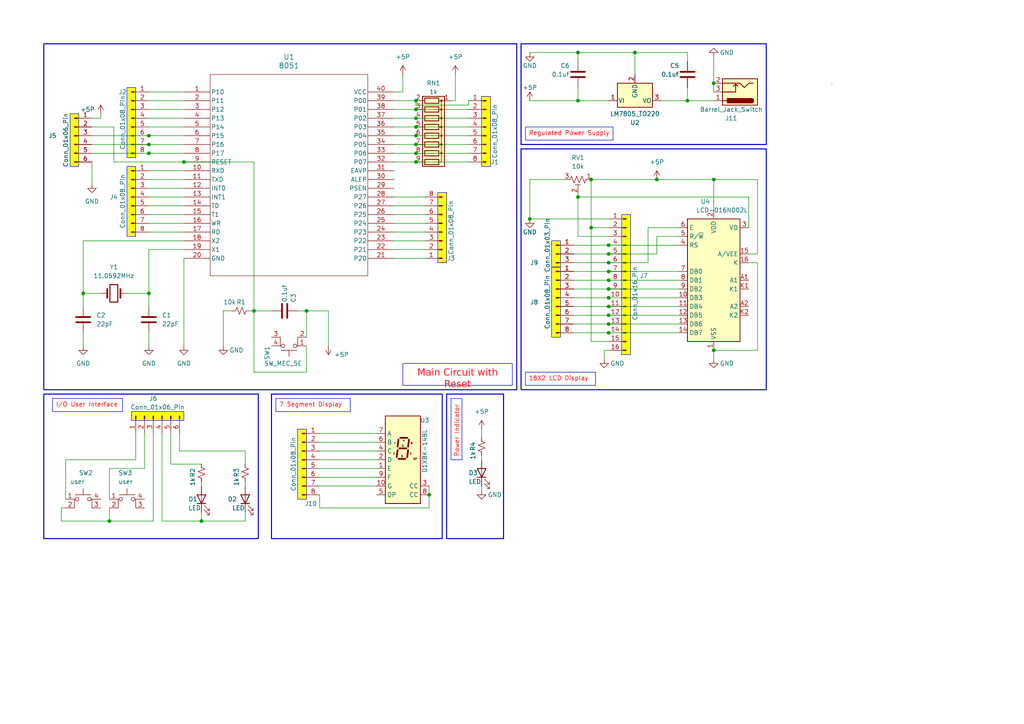
<source format=kicad_sch>
(kicad_sch (version 20230121) (generator eeschema)

  (uuid 0577afe4-e054-49be-a603-8ad39523fa10)

  (paper "A4")

  (lib_symbols
    (symbol "2023-10-29_05-54-56:8051" (pin_names (offset 0.254)) (in_bom yes) (on_board yes)
      (property "Reference" "U" (at 30.48 10.16 0)
        (effects (font (size 1.524 1.524)))
      )
      (property "Value" "8051" (at 30.48 7.62 0)
        (effects (font (size 1.524 1.524)))
      )
      (property "Footprint" "DIP40_300" (at 0 0 0)
        (effects (font (size 1.27 1.27) italic) hide)
      )
      (property "Datasheet" "8051" (at 0 0 0)
        (effects (font (size 1.27 1.27) italic) hide)
      )
      (property "ki_locked" "" (at 0 0 0)
        (effects (font (size 1.27 1.27)))
      )
      (property "ki_keywords" "8051" (at 0 0 0)
        (effects (font (size 1.27 1.27)) hide)
      )
      (property "ki_fp_filters" "DIP40_300" (at 0 0 0)
        (effects (font (size 1.27 1.27)) hide)
      )
      (symbol "8051_0_1"
        (polyline
          (pts
            (xy 7.62 -53.34)
            (xy 53.34 -53.34)
          )
          (stroke (width 0.127) (type default))
          (fill (type none))
        )
        (polyline
          (pts
            (xy 7.62 5.08)
            (xy 7.62 -53.34)
          )
          (stroke (width 0.127) (type default))
          (fill (type none))
        )
        (polyline
          (pts
            (xy 53.34 -53.34)
            (xy 53.34 5.08)
          )
          (stroke (width 0.127) (type default))
          (fill (type none))
        )
        (polyline
          (pts
            (xy 53.34 5.08)
            (xy 7.62 5.08)
          )
          (stroke (width 0.127) (type default))
          (fill (type none))
        )
        (pin bidirectional line (at 0 0 0) (length 7.62)
          (name "P10" (effects (font (size 1.27 1.27))))
          (number "1" (effects (font (size 1.27 1.27))))
        )
        (pin bidirectional line (at 0 -22.86 0) (length 7.62)
          (name "RXD" (effects (font (size 1.27 1.27))))
          (number "10" (effects (font (size 1.27 1.27))))
        )
        (pin bidirectional line (at 0 -25.4 0) (length 7.62)
          (name "TXD" (effects (font (size 1.27 1.27))))
          (number "11" (effects (font (size 1.27 1.27))))
        )
        (pin bidirectional line (at 0 -27.94 0) (length 7.62)
          (name "INT0" (effects (font (size 1.27 1.27))))
          (number "12" (effects (font (size 1.27 1.27))))
        )
        (pin bidirectional line (at 0 -30.48 0) (length 7.62)
          (name "INT1" (effects (font (size 1.27 1.27))))
          (number "13" (effects (font (size 1.27 1.27))))
        )
        (pin bidirectional line (at 0 -33.02 0) (length 7.62)
          (name "T0" (effects (font (size 1.27 1.27))))
          (number "14" (effects (font (size 1.27 1.27))))
        )
        (pin bidirectional line (at 0 -35.56 0) (length 7.62)
          (name "T1" (effects (font (size 1.27 1.27))))
          (number "15" (effects (font (size 1.27 1.27))))
        )
        (pin bidirectional line (at 0 -38.1 0) (length 7.62)
          (name "WR" (effects (font (size 1.27 1.27))))
          (number "16" (effects (font (size 1.27 1.27))))
        )
        (pin bidirectional line (at 0 -40.64 0) (length 7.62)
          (name "RD" (effects (font (size 1.27 1.27))))
          (number "17" (effects (font (size 1.27 1.27))))
        )
        (pin input line (at 0 -43.18 0) (length 7.62)
          (name "X2" (effects (font (size 1.27 1.27))))
          (number "18" (effects (font (size 1.27 1.27))))
        )
        (pin input line (at 0 -45.72 0) (length 7.62)
          (name "X1" (effects (font (size 1.27 1.27))))
          (number "19" (effects (font (size 1.27 1.27))))
        )
        (pin bidirectional line (at 0 -2.54 0) (length 7.62)
          (name "P11" (effects (font (size 1.27 1.27))))
          (number "2" (effects (font (size 1.27 1.27))))
        )
        (pin power_in line (at 0 -48.26 0) (length 7.62)
          (name "GND" (effects (font (size 1.27 1.27))))
          (number "20" (effects (font (size 1.27 1.27))))
        )
        (pin bidirectional line (at 60.96 -48.26 180) (length 7.62)
          (name "P20" (effects (font (size 1.27 1.27))))
          (number "21" (effects (font (size 1.27 1.27))))
        )
        (pin bidirectional line (at 60.96 -45.72 180) (length 7.62)
          (name "P21" (effects (font (size 1.27 1.27))))
          (number "22" (effects (font (size 1.27 1.27))))
        )
        (pin bidirectional line (at 60.96 -43.18 180) (length 7.62)
          (name "P22" (effects (font (size 1.27 1.27))))
          (number "23" (effects (font (size 1.27 1.27))))
        )
        (pin bidirectional line (at 60.96 -40.64 180) (length 7.62)
          (name "P23" (effects (font (size 1.27 1.27))))
          (number "24" (effects (font (size 1.27 1.27))))
        )
        (pin bidirectional line (at 60.96 -38.1 180) (length 7.62)
          (name "P24" (effects (font (size 1.27 1.27))))
          (number "25" (effects (font (size 1.27 1.27))))
        )
        (pin bidirectional line (at 60.96 -35.56 180) (length 7.62)
          (name "P25" (effects (font (size 1.27 1.27))))
          (number "26" (effects (font (size 1.27 1.27))))
        )
        (pin bidirectional line (at 60.96 -33.02 180) (length 7.62)
          (name "P26" (effects (font (size 1.27 1.27))))
          (number "27" (effects (font (size 1.27 1.27))))
        )
        (pin bidirectional line (at 60.96 -30.48 180) (length 7.62)
          (name "P27" (effects (font (size 1.27 1.27))))
          (number "28" (effects (font (size 1.27 1.27))))
        )
        (pin output line (at 60.96 -27.94 180) (length 7.62)
          (name "PSEN" (effects (font (size 1.27 1.27))))
          (number "29" (effects (font (size 1.27 1.27))))
        )
        (pin bidirectional line (at 0 -5.08 0) (length 7.62)
          (name "P12" (effects (font (size 1.27 1.27))))
          (number "3" (effects (font (size 1.27 1.27))))
        )
        (pin output line (at 60.96 -25.4 180) (length 7.62)
          (name "ALEP" (effects (font (size 1.27 1.27))))
          (number "30" (effects (font (size 1.27 1.27))))
        )
        (pin input line (at 60.96 -22.86 180) (length 7.62)
          (name "EAVP" (effects (font (size 1.27 1.27))))
          (number "31" (effects (font (size 1.27 1.27))))
        )
        (pin bidirectional line (at 60.96 -20.32 180) (length 7.62)
          (name "P07" (effects (font (size 1.27 1.27))))
          (number "32" (effects (font (size 1.27 1.27))))
        )
        (pin bidirectional line (at 60.96 -17.78 180) (length 7.62)
          (name "P06" (effects (font (size 1.27 1.27))))
          (number "33" (effects (font (size 1.27 1.27))))
        )
        (pin bidirectional line (at 60.96 -15.24 180) (length 7.62)
          (name "P05" (effects (font (size 1.27 1.27))))
          (number "34" (effects (font (size 1.27 1.27))))
        )
        (pin bidirectional line (at 60.96 -12.7 180) (length 7.62)
          (name "P04" (effects (font (size 1.27 1.27))))
          (number "35" (effects (font (size 1.27 1.27))))
        )
        (pin bidirectional line (at 60.96 -10.16 180) (length 7.62)
          (name "P03" (effects (font (size 1.27 1.27))))
          (number "36" (effects (font (size 1.27 1.27))))
        )
        (pin bidirectional line (at 60.96 -7.62 180) (length 7.62)
          (name "P02" (effects (font (size 1.27 1.27))))
          (number "37" (effects (font (size 1.27 1.27))))
        )
        (pin bidirectional line (at 60.96 -5.08 180) (length 7.62)
          (name "P01" (effects (font (size 1.27 1.27))))
          (number "38" (effects (font (size 1.27 1.27))))
        )
        (pin bidirectional line (at 60.96 -2.54 180) (length 7.62)
          (name "P00" (effects (font (size 1.27 1.27))))
          (number "39" (effects (font (size 1.27 1.27))))
        )
        (pin bidirectional line (at 0 -7.62 0) (length 7.62)
          (name "P13" (effects (font (size 1.27 1.27))))
          (number "4" (effects (font (size 1.27 1.27))))
        )
        (pin power_in line (at 60.96 0 180) (length 7.62)
          (name "VCC" (effects (font (size 1.27 1.27))))
          (number "40" (effects (font (size 1.27 1.27))))
        )
        (pin bidirectional line (at 0 -10.16 0) (length 7.62)
          (name "P14" (effects (font (size 1.27 1.27))))
          (number "5" (effects (font (size 1.27 1.27))))
        )
        (pin bidirectional line (at 0 -12.7 0) (length 7.62)
          (name "P15" (effects (font (size 1.27 1.27))))
          (number "6" (effects (font (size 1.27 1.27))))
        )
        (pin bidirectional line (at 0 -15.24 0) (length 7.62)
          (name "P16" (effects (font (size 1.27 1.27))))
          (number "7" (effects (font (size 1.27 1.27))))
        )
        (pin bidirectional line (at 0 -17.78 0) (length 7.62)
          (name "P17" (effects (font (size 1.27 1.27))))
          (number "8" (effects (font (size 1.27 1.27))))
        )
        (pin input line (at 0 -20.32 0) (length 7.62)
          (name "RESET" (effects (font (size 1.27 1.27))))
          (number "9" (effects (font (size 1.27 1.27))))
        )
      )
    )
    (symbol "Connector:Barrel_Jack_Switch" (pin_names hide) (in_bom yes) (on_board yes)
      (property "Reference" "J" (at 0 5.334 0)
        (effects (font (size 1.27 1.27)))
      )
      (property "Value" "Barrel_Jack_Switch" (at 0 -5.08 0)
        (effects (font (size 1.27 1.27)))
      )
      (property "Footprint" "" (at 1.27 -1.016 0)
        (effects (font (size 1.27 1.27)) hide)
      )
      (property "Datasheet" "~" (at 1.27 -1.016 0)
        (effects (font (size 1.27 1.27)) hide)
      )
      (property "ki_keywords" "DC power barrel jack connector" (at 0 0 0)
        (effects (font (size 1.27 1.27)) hide)
      )
      (property "ki_description" "DC Barrel Jack with an internal switch" (at 0 0 0)
        (effects (font (size 1.27 1.27)) hide)
      )
      (property "ki_fp_filters" "BarrelJack*" (at 0 0 0)
        (effects (font (size 1.27 1.27)) hide)
      )
      (symbol "Barrel_Jack_Switch_0_1"
        (rectangle (start -5.08 3.81) (end 5.08 -3.81)
          (stroke (width 0.254) (type default))
          (fill (type background))
        )
        (arc (start -3.302 3.175) (mid -3.9343 2.54) (end -3.302 1.905)
          (stroke (width 0.254) (type default))
          (fill (type none))
        )
        (arc (start -3.302 3.175) (mid -3.9343 2.54) (end -3.302 1.905)
          (stroke (width 0.254) (type default))
          (fill (type outline))
        )
        (polyline
          (pts
            (xy 1.27 -2.286)
            (xy 1.905 -1.651)
          )
          (stroke (width 0.254) (type default))
          (fill (type none))
        )
        (polyline
          (pts
            (xy 5.08 2.54)
            (xy 3.81 2.54)
          )
          (stroke (width 0.254) (type default))
          (fill (type none))
        )
        (polyline
          (pts
            (xy 5.08 0)
            (xy 1.27 0)
            (xy 1.27 -2.286)
            (xy 0.635 -1.651)
          )
          (stroke (width 0.254) (type default))
          (fill (type none))
        )
        (polyline
          (pts
            (xy -3.81 -2.54)
            (xy -2.54 -2.54)
            (xy -1.27 -1.27)
            (xy 0 -2.54)
            (xy 2.54 -2.54)
            (xy 5.08 -2.54)
          )
          (stroke (width 0.254) (type default))
          (fill (type none))
        )
        (rectangle (start 3.683 3.175) (end -3.302 1.905)
          (stroke (width 0.254) (type default))
          (fill (type outline))
        )
      )
      (symbol "Barrel_Jack_Switch_1_1"
        (pin passive line (at 7.62 2.54 180) (length 2.54)
          (name "~" (effects (font (size 1.27 1.27))))
          (number "1" (effects (font (size 1.27 1.27))))
        )
        (pin passive line (at 7.62 -2.54 180) (length 2.54)
          (name "~" (effects (font (size 1.27 1.27))))
          (number "2" (effects (font (size 1.27 1.27))))
        )
        (pin passive line (at 7.62 0 180) (length 2.54)
          (name "~" (effects (font (size 1.27 1.27))))
          (number "3" (effects (font (size 1.27 1.27))))
        )
      )
    )
    (symbol "Connector:Conn_01x03_Pin" (pin_names (offset 1.016) hide) (in_bom yes) (on_board yes)
      (property "Reference" "J" (at 0 5.08 0)
        (effects (font (size 1.27 1.27)))
      )
      (property "Value" "Conn_01x03_Pin" (at 0 -5.08 0)
        (effects (font (size 1.27 1.27)))
      )
      (property "Footprint" "" (at 0 0 0)
        (effects (font (size 1.27 1.27)) hide)
      )
      (property "Datasheet" "~" (at 0 0 0)
        (effects (font (size 1.27 1.27)) hide)
      )
      (property "ki_locked" "" (at 0 0 0)
        (effects (font (size 1.27 1.27)))
      )
      (property "ki_keywords" "connector" (at 0 0 0)
        (effects (font (size 1.27 1.27)) hide)
      )
      (property "ki_description" "Generic connector, single row, 01x03, script generated" (at 0 0 0)
        (effects (font (size 1.27 1.27)) hide)
      )
      (property "ki_fp_filters" "Connector*:*_1x??_*" (at 0 0 0)
        (effects (font (size 1.27 1.27)) hide)
      )
      (symbol "Conn_01x03_Pin_1_1"
        (polyline
          (pts
            (xy 1.27 -2.54)
            (xy 0.8636 -2.54)
          )
          (stroke (width 0.1524) (type default))
          (fill (type none))
        )
        (polyline
          (pts
            (xy 1.27 0)
            (xy 0.8636 0)
          )
          (stroke (width 0.1524) (type default))
          (fill (type none))
        )
        (polyline
          (pts
            (xy 1.27 2.54)
            (xy 0.8636 2.54)
          )
          (stroke (width 0.1524) (type default))
          (fill (type none))
        )
        (rectangle (start 0.8636 -2.413) (end 0 -2.667)
          (stroke (width 0.1524) (type default))
          (fill (type outline))
        )
        (rectangle (start 0.8636 0.127) (end 0 -0.127)
          (stroke (width 0.1524) (type default))
          (fill (type outline))
        )
        (rectangle (start 0.8636 2.667) (end 0 2.413)
          (stroke (width 0.1524) (type default))
          (fill (type outline))
        )
        (pin passive line (at 5.08 2.54 180) (length 3.81)
          (name "Pin_1" (effects (font (size 1.27 1.27))))
          (number "1" (effects (font (size 1.27 1.27))))
        )
        (pin passive line (at 5.08 0 180) (length 3.81)
          (name "Pin_2" (effects (font (size 1.27 1.27))))
          (number "2" (effects (font (size 1.27 1.27))))
        )
        (pin passive line (at 5.08 -2.54 180) (length 3.81)
          (name "Pin_3" (effects (font (size 1.27 1.27))))
          (number "3" (effects (font (size 1.27 1.27))))
        )
      )
    )
    (symbol "Connector:Conn_01x06_Pin" (pin_names (offset 1.016) hide) (in_bom yes) (on_board yes)
      (property "Reference" "J" (at 0 7.62 0)
        (effects (font (size 1.27 1.27)))
      )
      (property "Value" "Conn_01x06_Pin" (at 0 -10.16 0)
        (effects (font (size 1.27 1.27)))
      )
      (property "Footprint" "" (at 0 0 0)
        (effects (font (size 1.27 1.27)) hide)
      )
      (property "Datasheet" "~" (at 0 0 0)
        (effects (font (size 1.27 1.27)) hide)
      )
      (property "ki_locked" "" (at 0 0 0)
        (effects (font (size 1.27 1.27)))
      )
      (property "ki_keywords" "connector" (at 0 0 0)
        (effects (font (size 1.27 1.27)) hide)
      )
      (property "ki_description" "Generic connector, single row, 01x06, script generated" (at 0 0 0)
        (effects (font (size 1.27 1.27)) hide)
      )
      (property "ki_fp_filters" "Connector*:*_1x??_*" (at 0 0 0)
        (effects (font (size 1.27 1.27)) hide)
      )
      (symbol "Conn_01x06_Pin_1_1"
        (polyline
          (pts
            (xy 1.27 -7.62)
            (xy 0.8636 -7.62)
          )
          (stroke (width 0.1524) (type default))
          (fill (type none))
        )
        (polyline
          (pts
            (xy 1.27 -5.08)
            (xy 0.8636 -5.08)
          )
          (stroke (width 0.1524) (type default))
          (fill (type none))
        )
        (polyline
          (pts
            (xy 1.27 -2.54)
            (xy 0.8636 -2.54)
          )
          (stroke (width 0.1524) (type default))
          (fill (type none))
        )
        (polyline
          (pts
            (xy 1.27 0)
            (xy 0.8636 0)
          )
          (stroke (width 0.1524) (type default))
          (fill (type none))
        )
        (polyline
          (pts
            (xy 1.27 2.54)
            (xy 0.8636 2.54)
          )
          (stroke (width 0.1524) (type default))
          (fill (type none))
        )
        (polyline
          (pts
            (xy 1.27 5.08)
            (xy 0.8636 5.08)
          )
          (stroke (width 0.1524) (type default))
          (fill (type none))
        )
        (rectangle (start 0.8636 -7.493) (end 0 -7.747)
          (stroke (width 0.1524) (type default))
          (fill (type outline))
        )
        (rectangle (start 0.8636 -4.953) (end 0 -5.207)
          (stroke (width 0.1524) (type default))
          (fill (type outline))
        )
        (rectangle (start 0.8636 -2.413) (end 0 -2.667)
          (stroke (width 0.1524) (type default))
          (fill (type outline))
        )
        (rectangle (start 0.8636 0.127) (end 0 -0.127)
          (stroke (width 0.1524) (type default))
          (fill (type outline))
        )
        (rectangle (start 0.8636 2.667) (end 0 2.413)
          (stroke (width 0.1524) (type default))
          (fill (type outline))
        )
        (rectangle (start 0.8636 5.207) (end 0 4.953)
          (stroke (width 0.1524) (type default))
          (fill (type outline))
        )
        (pin passive line (at 5.08 5.08 180) (length 3.81)
          (name "Pin_1" (effects (font (size 1.27 1.27))))
          (number "1" (effects (font (size 1.27 1.27))))
        )
        (pin passive line (at 5.08 2.54 180) (length 3.81)
          (name "Pin_2" (effects (font (size 1.27 1.27))))
          (number "2" (effects (font (size 1.27 1.27))))
        )
        (pin passive line (at 5.08 0 180) (length 3.81)
          (name "Pin_3" (effects (font (size 1.27 1.27))))
          (number "3" (effects (font (size 1.27 1.27))))
        )
        (pin passive line (at 5.08 -2.54 180) (length 3.81)
          (name "Pin_4" (effects (font (size 1.27 1.27))))
          (number "4" (effects (font (size 1.27 1.27))))
        )
        (pin passive line (at 5.08 -5.08 180) (length 3.81)
          (name "Pin_5" (effects (font (size 1.27 1.27))))
          (number "5" (effects (font (size 1.27 1.27))))
        )
        (pin passive line (at 5.08 -7.62 180) (length 3.81)
          (name "Pin_6" (effects (font (size 1.27 1.27))))
          (number "6" (effects (font (size 1.27 1.27))))
        )
      )
    )
    (symbol "Connector:Conn_01x08_Pin" (pin_names (offset 1.016) hide) (in_bom yes) (on_board yes)
      (property "Reference" "J" (at 0 10.16 0)
        (effects (font (size 1.27 1.27)))
      )
      (property "Value" "Conn_01x08_Pin" (at 0 -12.7 0)
        (effects (font (size 1.27 1.27)))
      )
      (property "Footprint" "" (at 0 0 0)
        (effects (font (size 1.27 1.27)) hide)
      )
      (property "Datasheet" "~" (at 0 0 0)
        (effects (font (size 1.27 1.27)) hide)
      )
      (property "ki_locked" "" (at 0 0 0)
        (effects (font (size 1.27 1.27)))
      )
      (property "ki_keywords" "connector" (at 0 0 0)
        (effects (font (size 1.27 1.27)) hide)
      )
      (property "ki_description" "Generic connector, single row, 01x08, script generated" (at 0 0 0)
        (effects (font (size 1.27 1.27)) hide)
      )
      (property "ki_fp_filters" "Connector*:*_1x??_*" (at 0 0 0)
        (effects (font (size 1.27 1.27)) hide)
      )
      (symbol "Conn_01x08_Pin_1_1"
        (polyline
          (pts
            (xy 1.27 -10.16)
            (xy 0.8636 -10.16)
          )
          (stroke (width 0.1524) (type default))
          (fill (type none))
        )
        (polyline
          (pts
            (xy 1.27 -7.62)
            (xy 0.8636 -7.62)
          )
          (stroke (width 0.1524) (type default))
          (fill (type none))
        )
        (polyline
          (pts
            (xy 1.27 -5.08)
            (xy 0.8636 -5.08)
          )
          (stroke (width 0.1524) (type default))
          (fill (type none))
        )
        (polyline
          (pts
            (xy 1.27 -2.54)
            (xy 0.8636 -2.54)
          )
          (stroke (width 0.1524) (type default))
          (fill (type none))
        )
        (polyline
          (pts
            (xy 1.27 0)
            (xy 0.8636 0)
          )
          (stroke (width 0.1524) (type default))
          (fill (type none))
        )
        (polyline
          (pts
            (xy 1.27 2.54)
            (xy 0.8636 2.54)
          )
          (stroke (width 0.1524) (type default))
          (fill (type none))
        )
        (polyline
          (pts
            (xy 1.27 5.08)
            (xy 0.8636 5.08)
          )
          (stroke (width 0.1524) (type default))
          (fill (type none))
        )
        (polyline
          (pts
            (xy 1.27 7.62)
            (xy 0.8636 7.62)
          )
          (stroke (width 0.1524) (type default))
          (fill (type none))
        )
        (rectangle (start 0.8636 -10.033) (end 0 -10.287)
          (stroke (width 0.1524) (type default))
          (fill (type outline))
        )
        (rectangle (start 0.8636 -7.493) (end 0 -7.747)
          (stroke (width 0.1524) (type default))
          (fill (type outline))
        )
        (rectangle (start 0.8636 -4.953) (end 0 -5.207)
          (stroke (width 0.1524) (type default))
          (fill (type outline))
        )
        (rectangle (start 0.8636 -2.413) (end 0 -2.667)
          (stroke (width 0.1524) (type default))
          (fill (type outline))
        )
        (rectangle (start 0.8636 0.127) (end 0 -0.127)
          (stroke (width 0.1524) (type default))
          (fill (type outline))
        )
        (rectangle (start 0.8636 2.667) (end 0 2.413)
          (stroke (width 0.1524) (type default))
          (fill (type outline))
        )
        (rectangle (start 0.8636 5.207) (end 0 4.953)
          (stroke (width 0.1524) (type default))
          (fill (type outline))
        )
        (rectangle (start 0.8636 7.747) (end 0 7.493)
          (stroke (width 0.1524) (type default))
          (fill (type outline))
        )
        (pin passive line (at 5.08 7.62 180) (length 3.81)
          (name "Pin_1" (effects (font (size 1.27 1.27))))
          (number "1" (effects (font (size 1.27 1.27))))
        )
        (pin passive line (at 5.08 5.08 180) (length 3.81)
          (name "Pin_2" (effects (font (size 1.27 1.27))))
          (number "2" (effects (font (size 1.27 1.27))))
        )
        (pin passive line (at 5.08 2.54 180) (length 3.81)
          (name "Pin_3" (effects (font (size 1.27 1.27))))
          (number "3" (effects (font (size 1.27 1.27))))
        )
        (pin passive line (at 5.08 0 180) (length 3.81)
          (name "Pin_4" (effects (font (size 1.27 1.27))))
          (number "4" (effects (font (size 1.27 1.27))))
        )
        (pin passive line (at 5.08 -2.54 180) (length 3.81)
          (name "Pin_5" (effects (font (size 1.27 1.27))))
          (number "5" (effects (font (size 1.27 1.27))))
        )
        (pin passive line (at 5.08 -5.08 180) (length 3.81)
          (name "Pin_6" (effects (font (size 1.27 1.27))))
          (number "6" (effects (font (size 1.27 1.27))))
        )
        (pin passive line (at 5.08 -7.62 180) (length 3.81)
          (name "Pin_7" (effects (font (size 1.27 1.27))))
          (number "7" (effects (font (size 1.27 1.27))))
        )
        (pin passive line (at 5.08 -10.16 180) (length 3.81)
          (name "Pin_8" (effects (font (size 1.27 1.27))))
          (number "8" (effects (font (size 1.27 1.27))))
        )
      )
    )
    (symbol "Connector:Conn_01x16_Pin" (pin_names (offset 1.016) hide) (in_bom yes) (on_board yes)
      (property "Reference" "J" (at 0 20.32 0)
        (effects (font (size 1.27 1.27)))
      )
      (property "Value" "Conn_01x16_Pin" (at 0 -22.86 0)
        (effects (font (size 1.27 1.27)))
      )
      (property "Footprint" "" (at 0 0 0)
        (effects (font (size 1.27 1.27)) hide)
      )
      (property "Datasheet" "~" (at 0 0 0)
        (effects (font (size 1.27 1.27)) hide)
      )
      (property "ki_locked" "" (at 0 0 0)
        (effects (font (size 1.27 1.27)))
      )
      (property "ki_keywords" "connector" (at 0 0 0)
        (effects (font (size 1.27 1.27)) hide)
      )
      (property "ki_description" "Generic connector, single row, 01x16, script generated" (at 0 0 0)
        (effects (font (size 1.27 1.27)) hide)
      )
      (property "ki_fp_filters" "Connector*:*_1x??_*" (at 0 0 0)
        (effects (font (size 1.27 1.27)) hide)
      )
      (symbol "Conn_01x16_Pin_1_1"
        (polyline
          (pts
            (xy 1.27 -20.32)
            (xy 0.8636 -20.32)
          )
          (stroke (width 0.1524) (type default))
          (fill (type none))
        )
        (polyline
          (pts
            (xy 1.27 -17.78)
            (xy 0.8636 -17.78)
          )
          (stroke (width 0.1524) (type default))
          (fill (type none))
        )
        (polyline
          (pts
            (xy 1.27 -15.24)
            (xy 0.8636 -15.24)
          )
          (stroke (width 0.1524) (type default))
          (fill (type none))
        )
        (polyline
          (pts
            (xy 1.27 -12.7)
            (xy 0.8636 -12.7)
          )
          (stroke (width 0.1524) (type default))
          (fill (type none))
        )
        (polyline
          (pts
            (xy 1.27 -10.16)
            (xy 0.8636 -10.16)
          )
          (stroke (width 0.1524) (type default))
          (fill (type none))
        )
        (polyline
          (pts
            (xy 1.27 -7.62)
            (xy 0.8636 -7.62)
          )
          (stroke (width 0.1524) (type default))
          (fill (type none))
        )
        (polyline
          (pts
            (xy 1.27 -5.08)
            (xy 0.8636 -5.08)
          )
          (stroke (width 0.1524) (type default))
          (fill (type none))
        )
        (polyline
          (pts
            (xy 1.27 -2.54)
            (xy 0.8636 -2.54)
          )
          (stroke (width 0.1524) (type default))
          (fill (type none))
        )
        (polyline
          (pts
            (xy 1.27 0)
            (xy 0.8636 0)
          )
          (stroke (width 0.1524) (type default))
          (fill (type none))
        )
        (polyline
          (pts
            (xy 1.27 2.54)
            (xy 0.8636 2.54)
          )
          (stroke (width 0.1524) (type default))
          (fill (type none))
        )
        (polyline
          (pts
            (xy 1.27 5.08)
            (xy 0.8636 5.08)
          )
          (stroke (width 0.1524) (type default))
          (fill (type none))
        )
        (polyline
          (pts
            (xy 1.27 7.62)
            (xy 0.8636 7.62)
          )
          (stroke (width 0.1524) (type default))
          (fill (type none))
        )
        (polyline
          (pts
            (xy 1.27 10.16)
            (xy 0.8636 10.16)
          )
          (stroke (width 0.1524) (type default))
          (fill (type none))
        )
        (polyline
          (pts
            (xy 1.27 12.7)
            (xy 0.8636 12.7)
          )
          (stroke (width 0.1524) (type default))
          (fill (type none))
        )
        (polyline
          (pts
            (xy 1.27 15.24)
            (xy 0.8636 15.24)
          )
          (stroke (width 0.1524) (type default))
          (fill (type none))
        )
        (polyline
          (pts
            (xy 1.27 17.78)
            (xy 0.8636 17.78)
          )
          (stroke (width 0.1524) (type default))
          (fill (type none))
        )
        (rectangle (start 0.8636 -20.193) (end 0 -20.447)
          (stroke (width 0.1524) (type default))
          (fill (type outline))
        )
        (rectangle (start 0.8636 -17.653) (end 0 -17.907)
          (stroke (width 0.1524) (type default))
          (fill (type outline))
        )
        (rectangle (start 0.8636 -15.113) (end 0 -15.367)
          (stroke (width 0.1524) (type default))
          (fill (type outline))
        )
        (rectangle (start 0.8636 -12.573) (end 0 -12.827)
          (stroke (width 0.1524) (type default))
          (fill (type outline))
        )
        (rectangle (start 0.8636 -10.033) (end 0 -10.287)
          (stroke (width 0.1524) (type default))
          (fill (type outline))
        )
        (rectangle (start 0.8636 -7.493) (end 0 -7.747)
          (stroke (width 0.1524) (type default))
          (fill (type outline))
        )
        (rectangle (start 0.8636 -4.953) (end 0 -5.207)
          (stroke (width 0.1524) (type default))
          (fill (type outline))
        )
        (rectangle (start 0.8636 -2.413) (end 0 -2.667)
          (stroke (width 0.1524) (type default))
          (fill (type outline))
        )
        (rectangle (start 0.8636 0.127) (end 0 -0.127)
          (stroke (width 0.1524) (type default))
          (fill (type outline))
        )
        (rectangle (start 0.8636 2.667) (end 0 2.413)
          (stroke (width 0.1524) (type default))
          (fill (type outline))
        )
        (rectangle (start 0.8636 5.207) (end 0 4.953)
          (stroke (width 0.1524) (type default))
          (fill (type outline))
        )
        (rectangle (start 0.8636 7.747) (end 0 7.493)
          (stroke (width 0.1524) (type default))
          (fill (type outline))
        )
        (rectangle (start 0.8636 10.287) (end 0 10.033)
          (stroke (width 0.1524) (type default))
          (fill (type outline))
        )
        (rectangle (start 0.8636 12.827) (end 0 12.573)
          (stroke (width 0.1524) (type default))
          (fill (type outline))
        )
        (rectangle (start 0.8636 15.367) (end 0 15.113)
          (stroke (width 0.1524) (type default))
          (fill (type outline))
        )
        (rectangle (start 0.8636 17.907) (end 0 17.653)
          (stroke (width 0.1524) (type default))
          (fill (type outline))
        )
        (pin passive line (at 5.08 17.78 180) (length 3.81)
          (name "Pin_1" (effects (font (size 1.27 1.27))))
          (number "1" (effects (font (size 1.27 1.27))))
        )
        (pin passive line (at 5.08 -5.08 180) (length 3.81)
          (name "Pin_10" (effects (font (size 1.27 1.27))))
          (number "10" (effects (font (size 1.27 1.27))))
        )
        (pin passive line (at 5.08 -7.62 180) (length 3.81)
          (name "Pin_11" (effects (font (size 1.27 1.27))))
          (number "11" (effects (font (size 1.27 1.27))))
        )
        (pin passive line (at 5.08 -10.16 180) (length 3.81)
          (name "Pin_12" (effects (font (size 1.27 1.27))))
          (number "12" (effects (font (size 1.27 1.27))))
        )
        (pin passive line (at 5.08 -12.7 180) (length 3.81)
          (name "Pin_13" (effects (font (size 1.27 1.27))))
          (number "13" (effects (font (size 1.27 1.27))))
        )
        (pin passive line (at 5.08 -15.24 180) (length 3.81)
          (name "Pin_14" (effects (font (size 1.27 1.27))))
          (number "14" (effects (font (size 1.27 1.27))))
        )
        (pin passive line (at 5.08 -17.78 180) (length 3.81)
          (name "Pin_15" (effects (font (size 1.27 1.27))))
          (number "15" (effects (font (size 1.27 1.27))))
        )
        (pin passive line (at 5.08 -20.32 180) (length 3.81)
          (name "Pin_16" (effects (font (size 1.27 1.27))))
          (number "16" (effects (font (size 1.27 1.27))))
        )
        (pin passive line (at 5.08 15.24 180) (length 3.81)
          (name "Pin_2" (effects (font (size 1.27 1.27))))
          (number "2" (effects (font (size 1.27 1.27))))
        )
        (pin passive line (at 5.08 12.7 180) (length 3.81)
          (name "Pin_3" (effects (font (size 1.27 1.27))))
          (number "3" (effects (font (size 1.27 1.27))))
        )
        (pin passive line (at 5.08 10.16 180) (length 3.81)
          (name "Pin_4" (effects (font (size 1.27 1.27))))
          (number "4" (effects (font (size 1.27 1.27))))
        )
        (pin passive line (at 5.08 7.62 180) (length 3.81)
          (name "Pin_5" (effects (font (size 1.27 1.27))))
          (number "5" (effects (font (size 1.27 1.27))))
        )
        (pin passive line (at 5.08 5.08 180) (length 3.81)
          (name "Pin_6" (effects (font (size 1.27 1.27))))
          (number "6" (effects (font (size 1.27 1.27))))
        )
        (pin passive line (at 5.08 2.54 180) (length 3.81)
          (name "Pin_7" (effects (font (size 1.27 1.27))))
          (number "7" (effects (font (size 1.27 1.27))))
        )
        (pin passive line (at 5.08 0 180) (length 3.81)
          (name "Pin_8" (effects (font (size 1.27 1.27))))
          (number "8" (effects (font (size 1.27 1.27))))
        )
        (pin passive line (at 5.08 -2.54 180) (length 3.81)
          (name "Pin_9" (effects (font (size 1.27 1.27))))
          (number "9" (effects (font (size 1.27 1.27))))
        )
      )
    )
    (symbol "Device:C" (pin_numbers hide) (pin_names (offset 0.254)) (in_bom yes) (on_board yes)
      (property "Reference" "C" (at 0.635 2.54 0)
        (effects (font (size 1.27 1.27)) (justify left))
      )
      (property "Value" "C" (at 0.635 -2.54 0)
        (effects (font (size 1.27 1.27)) (justify left))
      )
      (property "Footprint" "" (at 0.9652 -3.81 0)
        (effects (font (size 1.27 1.27)) hide)
      )
      (property "Datasheet" "~" (at 0 0 0)
        (effects (font (size 1.27 1.27)) hide)
      )
      (property "ki_keywords" "cap capacitor" (at 0 0 0)
        (effects (font (size 1.27 1.27)) hide)
      )
      (property "ki_description" "Unpolarized capacitor" (at 0 0 0)
        (effects (font (size 1.27 1.27)) hide)
      )
      (property "ki_fp_filters" "C_*" (at 0 0 0)
        (effects (font (size 1.27 1.27)) hide)
      )
      (symbol "C_0_1"
        (polyline
          (pts
            (xy -2.032 -0.762)
            (xy 2.032 -0.762)
          )
          (stroke (width 0.508) (type default))
          (fill (type none))
        )
        (polyline
          (pts
            (xy -2.032 0.762)
            (xy 2.032 0.762)
          )
          (stroke (width 0.508) (type default))
          (fill (type none))
        )
      )
      (symbol "C_1_1"
        (pin passive line (at 0 3.81 270) (length 2.794)
          (name "~" (effects (font (size 1.27 1.27))))
          (number "1" (effects (font (size 1.27 1.27))))
        )
        (pin passive line (at 0 -3.81 90) (length 2.794)
          (name "~" (effects (font (size 1.27 1.27))))
          (number "2" (effects (font (size 1.27 1.27))))
        )
      )
    )
    (symbol "Device:Crystal" (pin_numbers hide) (pin_names (offset 1.016) hide) (in_bom yes) (on_board yes)
      (property "Reference" "Y" (at 0 3.81 0)
        (effects (font (size 1.27 1.27)))
      )
      (property "Value" "Crystal" (at 0 -3.81 0)
        (effects (font (size 1.27 1.27)))
      )
      (property "Footprint" "" (at 0 0 0)
        (effects (font (size 1.27 1.27)) hide)
      )
      (property "Datasheet" "~" (at 0 0 0)
        (effects (font (size 1.27 1.27)) hide)
      )
      (property "ki_keywords" "quartz ceramic resonator oscillator" (at 0 0 0)
        (effects (font (size 1.27 1.27)) hide)
      )
      (property "ki_description" "Two pin crystal" (at 0 0 0)
        (effects (font (size 1.27 1.27)) hide)
      )
      (property "ki_fp_filters" "Crystal*" (at 0 0 0)
        (effects (font (size 1.27 1.27)) hide)
      )
      (symbol "Crystal_0_1"
        (rectangle (start -1.143 2.54) (end 1.143 -2.54)
          (stroke (width 0.3048) (type default))
          (fill (type none))
        )
        (polyline
          (pts
            (xy -2.54 0)
            (xy -1.905 0)
          )
          (stroke (width 0) (type default))
          (fill (type none))
        )
        (polyline
          (pts
            (xy -1.905 -1.27)
            (xy -1.905 1.27)
          )
          (stroke (width 0.508) (type default))
          (fill (type none))
        )
        (polyline
          (pts
            (xy 1.905 -1.27)
            (xy 1.905 1.27)
          )
          (stroke (width 0.508) (type default))
          (fill (type none))
        )
        (polyline
          (pts
            (xy 2.54 0)
            (xy 1.905 0)
          )
          (stroke (width 0) (type default))
          (fill (type none))
        )
      )
      (symbol "Crystal_1_1"
        (pin passive line (at -3.81 0 0) (length 1.27)
          (name "1" (effects (font (size 1.27 1.27))))
          (number "1" (effects (font (size 1.27 1.27))))
        )
        (pin passive line (at 3.81 0 180) (length 1.27)
          (name "2" (effects (font (size 1.27 1.27))))
          (number "2" (effects (font (size 1.27 1.27))))
        )
      )
    )
    (symbol "Device:LED" (pin_numbers hide) (pin_names (offset 1.016) hide) (in_bom yes) (on_board yes)
      (property "Reference" "D" (at 0 2.54 0)
        (effects (font (size 1.27 1.27)))
      )
      (property "Value" "LED" (at 0 -2.54 0)
        (effects (font (size 1.27 1.27)))
      )
      (property "Footprint" "" (at 0 0 0)
        (effects (font (size 1.27 1.27)) hide)
      )
      (property "Datasheet" "~" (at 0 0 0)
        (effects (font (size 1.27 1.27)) hide)
      )
      (property "ki_keywords" "LED diode" (at 0 0 0)
        (effects (font (size 1.27 1.27)) hide)
      )
      (property "ki_description" "Light emitting diode" (at 0 0 0)
        (effects (font (size 1.27 1.27)) hide)
      )
      (property "ki_fp_filters" "LED* LED_SMD:* LED_THT:*" (at 0 0 0)
        (effects (font (size 1.27 1.27)) hide)
      )
      (symbol "LED_0_1"
        (polyline
          (pts
            (xy -1.27 -1.27)
            (xy -1.27 1.27)
          )
          (stroke (width 0.254) (type default))
          (fill (type none))
        )
        (polyline
          (pts
            (xy -1.27 0)
            (xy 1.27 0)
          )
          (stroke (width 0) (type default))
          (fill (type none))
        )
        (polyline
          (pts
            (xy 1.27 -1.27)
            (xy 1.27 1.27)
            (xy -1.27 0)
            (xy 1.27 -1.27)
          )
          (stroke (width 0.254) (type default))
          (fill (type none))
        )
        (polyline
          (pts
            (xy -3.048 -0.762)
            (xy -4.572 -2.286)
            (xy -3.81 -2.286)
            (xy -4.572 -2.286)
            (xy -4.572 -1.524)
          )
          (stroke (width 0) (type default))
          (fill (type none))
        )
        (polyline
          (pts
            (xy -1.778 -0.762)
            (xy -3.302 -2.286)
            (xy -2.54 -2.286)
            (xy -3.302 -2.286)
            (xy -3.302 -1.524)
          )
          (stroke (width 0) (type default))
          (fill (type none))
        )
      )
      (symbol "LED_1_1"
        (pin passive line (at -3.81 0 0) (length 2.54)
          (name "K" (effects (font (size 1.27 1.27))))
          (number "1" (effects (font (size 1.27 1.27))))
        )
        (pin passive line (at 3.81 0 180) (length 2.54)
          (name "A" (effects (font (size 1.27 1.27))))
          (number "2" (effects (font (size 1.27 1.27))))
        )
      )
    )
    (symbol "Device:R_Network08" (pin_names (offset 0) hide) (in_bom yes) (on_board yes)
      (property "Reference" "RN" (at -12.7 0 90)
        (effects (font (size 1.27 1.27)))
      )
      (property "Value" "R_Network08" (at 10.16 0 90)
        (effects (font (size 1.27 1.27)))
      )
      (property "Footprint" "Resistor_THT:R_Array_SIP9" (at 12.065 0 90)
        (effects (font (size 1.27 1.27)) hide)
      )
      (property "Datasheet" "http://www.vishay.com/docs/31509/csc.pdf" (at 0 0 0)
        (effects (font (size 1.27 1.27)) hide)
      )
      (property "ki_keywords" "R network star-topology" (at 0 0 0)
        (effects (font (size 1.27 1.27)) hide)
      )
      (property "ki_description" "8 resistor network, star topology, bussed resistors, small symbol" (at 0 0 0)
        (effects (font (size 1.27 1.27)) hide)
      )
      (property "ki_fp_filters" "R?Array?SIP*" (at 0 0 0)
        (effects (font (size 1.27 1.27)) hide)
      )
      (symbol "R_Network08_0_1"
        (rectangle (start -11.43 -3.175) (end 8.89 3.175)
          (stroke (width 0.254) (type default))
          (fill (type background))
        )
        (rectangle (start -10.922 1.524) (end -9.398 -2.54)
          (stroke (width 0.254) (type default))
          (fill (type none))
        )
        (circle (center -10.16 2.286) (radius 0.254)
          (stroke (width 0) (type default))
          (fill (type outline))
        )
        (rectangle (start -8.382 1.524) (end -6.858 -2.54)
          (stroke (width 0.254) (type default))
          (fill (type none))
        )
        (circle (center -7.62 2.286) (radius 0.254)
          (stroke (width 0) (type default))
          (fill (type outline))
        )
        (rectangle (start -5.842 1.524) (end -4.318 -2.54)
          (stroke (width 0.254) (type default))
          (fill (type none))
        )
        (circle (center -5.08 2.286) (radius 0.254)
          (stroke (width 0) (type default))
          (fill (type outline))
        )
        (rectangle (start -3.302 1.524) (end -1.778 -2.54)
          (stroke (width 0.254) (type default))
          (fill (type none))
        )
        (circle (center -2.54 2.286) (radius 0.254)
          (stroke (width 0) (type default))
          (fill (type outline))
        )
        (rectangle (start -0.762 1.524) (end 0.762 -2.54)
          (stroke (width 0.254) (type default))
          (fill (type none))
        )
        (polyline
          (pts
            (xy -10.16 -2.54)
            (xy -10.16 -3.81)
          )
          (stroke (width 0) (type default))
          (fill (type none))
        )
        (polyline
          (pts
            (xy -7.62 -2.54)
            (xy -7.62 -3.81)
          )
          (stroke (width 0) (type default))
          (fill (type none))
        )
        (polyline
          (pts
            (xy -5.08 -2.54)
            (xy -5.08 -3.81)
          )
          (stroke (width 0) (type default))
          (fill (type none))
        )
        (polyline
          (pts
            (xy -2.54 -2.54)
            (xy -2.54 -3.81)
          )
          (stroke (width 0) (type default))
          (fill (type none))
        )
        (polyline
          (pts
            (xy 0 -2.54)
            (xy 0 -3.81)
          )
          (stroke (width 0) (type default))
          (fill (type none))
        )
        (polyline
          (pts
            (xy 2.54 -2.54)
            (xy 2.54 -3.81)
          )
          (stroke (width 0) (type default))
          (fill (type none))
        )
        (polyline
          (pts
            (xy 5.08 -2.54)
            (xy 5.08 -3.81)
          )
          (stroke (width 0) (type default))
          (fill (type none))
        )
        (polyline
          (pts
            (xy 7.62 -2.54)
            (xy 7.62 -3.81)
          )
          (stroke (width 0) (type default))
          (fill (type none))
        )
        (polyline
          (pts
            (xy -10.16 1.524)
            (xy -10.16 2.286)
            (xy -7.62 2.286)
            (xy -7.62 1.524)
          )
          (stroke (width 0) (type default))
          (fill (type none))
        )
        (polyline
          (pts
            (xy -7.62 1.524)
            (xy -7.62 2.286)
            (xy -5.08 2.286)
            (xy -5.08 1.524)
          )
          (stroke (width 0) (type default))
          (fill (type none))
        )
        (polyline
          (pts
            (xy -5.08 1.524)
            (xy -5.08 2.286)
            (xy -2.54 2.286)
            (xy -2.54 1.524)
          )
          (stroke (width 0) (type default))
          (fill (type none))
        )
        (polyline
          (pts
            (xy -2.54 1.524)
            (xy -2.54 2.286)
            (xy 0 2.286)
            (xy 0 1.524)
          )
          (stroke (width 0) (type default))
          (fill (type none))
        )
        (polyline
          (pts
            (xy 0 1.524)
            (xy 0 2.286)
            (xy 2.54 2.286)
            (xy 2.54 1.524)
          )
          (stroke (width 0) (type default))
          (fill (type none))
        )
        (polyline
          (pts
            (xy 2.54 1.524)
            (xy 2.54 2.286)
            (xy 5.08 2.286)
            (xy 5.08 1.524)
          )
          (stroke (width 0) (type default))
          (fill (type none))
        )
        (polyline
          (pts
            (xy 5.08 1.524)
            (xy 5.08 2.286)
            (xy 7.62 2.286)
            (xy 7.62 1.524)
          )
          (stroke (width 0) (type default))
          (fill (type none))
        )
        (circle (center 0 2.286) (radius 0.254)
          (stroke (width 0) (type default))
          (fill (type outline))
        )
        (rectangle (start 1.778 1.524) (end 3.302 -2.54)
          (stroke (width 0.254) (type default))
          (fill (type none))
        )
        (circle (center 2.54 2.286) (radius 0.254)
          (stroke (width 0) (type default))
          (fill (type outline))
        )
        (rectangle (start 4.318 1.524) (end 5.842 -2.54)
          (stroke (width 0.254) (type default))
          (fill (type none))
        )
        (circle (center 5.08 2.286) (radius 0.254)
          (stroke (width 0) (type default))
          (fill (type outline))
        )
        (rectangle (start 6.858 1.524) (end 8.382 -2.54)
          (stroke (width 0.254) (type default))
          (fill (type none))
        )
      )
      (symbol "R_Network08_1_1"
        (pin passive line (at -10.16 5.08 270) (length 2.54)
          (name "common" (effects (font (size 1.27 1.27))))
          (number "1" (effects (font (size 1.27 1.27))))
        )
        (pin passive line (at -10.16 -5.08 90) (length 1.27)
          (name "R1" (effects (font (size 1.27 1.27))))
          (number "2" (effects (font (size 1.27 1.27))))
        )
        (pin passive line (at -7.62 -5.08 90) (length 1.27)
          (name "R2" (effects (font (size 1.27 1.27))))
          (number "3" (effects (font (size 1.27 1.27))))
        )
        (pin passive line (at -5.08 -5.08 90) (length 1.27)
          (name "R3" (effects (font (size 1.27 1.27))))
          (number "4" (effects (font (size 1.27 1.27))))
        )
        (pin passive line (at -2.54 -5.08 90) (length 1.27)
          (name "R4" (effects (font (size 1.27 1.27))))
          (number "5" (effects (font (size 1.27 1.27))))
        )
        (pin passive line (at 0 -5.08 90) (length 1.27)
          (name "R5" (effects (font (size 1.27 1.27))))
          (number "6" (effects (font (size 1.27 1.27))))
        )
        (pin passive line (at 2.54 -5.08 90) (length 1.27)
          (name "R6" (effects (font (size 1.27 1.27))))
          (number "7" (effects (font (size 1.27 1.27))))
        )
        (pin passive line (at 5.08 -5.08 90) (length 1.27)
          (name "R7" (effects (font (size 1.27 1.27))))
          (number "8" (effects (font (size 1.27 1.27))))
        )
        (pin passive line (at 7.62 -5.08 90) (length 1.27)
          (name "R8" (effects (font (size 1.27 1.27))))
          (number "9" (effects (font (size 1.27 1.27))))
        )
      )
    )
    (symbol "Device:R_Potentiometer_Trim_US" (pin_names (offset 1.016) hide) (in_bom yes) (on_board yes)
      (property "Reference" "RV" (at -4.445 0 90)
        (effects (font (size 1.27 1.27)))
      )
      (property "Value" "R_Potentiometer_Trim_US" (at -2.54 0 90)
        (effects (font (size 1.27 1.27)))
      )
      (property "Footprint" "" (at 0 0 0)
        (effects (font (size 1.27 1.27)) hide)
      )
      (property "Datasheet" "~" (at 0 0 0)
        (effects (font (size 1.27 1.27)) hide)
      )
      (property "ki_keywords" "resistor variable trimpot trimmer" (at 0 0 0)
        (effects (font (size 1.27 1.27)) hide)
      )
      (property "ki_description" "Trim-potentiometer, US symbol" (at 0 0 0)
        (effects (font (size 1.27 1.27)) hide)
      )
      (property "ki_fp_filters" "Potentiometer*" (at 0 0 0)
        (effects (font (size 1.27 1.27)) hide)
      )
      (symbol "R_Potentiometer_Trim_US_0_1"
        (polyline
          (pts
            (xy 0 -2.286)
            (xy 0 -2.54)
          )
          (stroke (width 0) (type default))
          (fill (type none))
        )
        (polyline
          (pts
            (xy 0 2.286)
            (xy 0 2.54)
          )
          (stroke (width 0) (type default))
          (fill (type none))
        )
        (polyline
          (pts
            (xy 1.524 0.762)
            (xy 1.524 -0.762)
          )
          (stroke (width 0) (type default))
          (fill (type none))
        )
        (polyline
          (pts
            (xy 2.54 0)
            (xy 1.524 0)
          )
          (stroke (width 0) (type default))
          (fill (type none))
        )
        (polyline
          (pts
            (xy 0 -0.762)
            (xy 1.016 -1.143)
            (xy 0 -1.524)
            (xy -1.016 -1.905)
            (xy 0 -2.286)
          )
          (stroke (width 0) (type default))
          (fill (type none))
        )
        (polyline
          (pts
            (xy 0 0.762)
            (xy 1.016 0.381)
            (xy 0 0)
            (xy -1.016 -0.381)
            (xy 0 -0.762)
          )
          (stroke (width 0) (type default))
          (fill (type none))
        )
        (polyline
          (pts
            (xy 0 2.286)
            (xy 1.016 1.905)
            (xy 0 1.524)
            (xy -1.016 1.143)
            (xy 0 0.762)
          )
          (stroke (width 0) (type default))
          (fill (type none))
        )
      )
      (symbol "R_Potentiometer_Trim_US_1_1"
        (pin passive line (at 0 3.81 270) (length 1.27)
          (name "1" (effects (font (size 1.27 1.27))))
          (number "1" (effects (font (size 1.27 1.27))))
        )
        (pin passive line (at 3.81 0 180) (length 1.27)
          (name "2" (effects (font (size 1.27 1.27))))
          (number "2" (effects (font (size 1.27 1.27))))
        )
        (pin passive line (at 0 -3.81 90) (length 1.27)
          (name "3" (effects (font (size 1.27 1.27))))
          (number "3" (effects (font (size 1.27 1.27))))
        )
      )
    )
    (symbol "Device:R_Small_US" (pin_numbers hide) (pin_names (offset 0.254) hide) (in_bom yes) (on_board yes)
      (property "Reference" "R" (at 0.762 0.508 0)
        (effects (font (size 1.27 1.27)) (justify left))
      )
      (property "Value" "R_Small_US" (at 0.762 -1.016 0)
        (effects (font (size 1.27 1.27)) (justify left))
      )
      (property "Footprint" "" (at 0 0 0)
        (effects (font (size 1.27 1.27)) hide)
      )
      (property "Datasheet" "~" (at 0 0 0)
        (effects (font (size 1.27 1.27)) hide)
      )
      (property "ki_keywords" "r resistor" (at 0 0 0)
        (effects (font (size 1.27 1.27)) hide)
      )
      (property "ki_description" "Resistor, small US symbol" (at 0 0 0)
        (effects (font (size 1.27 1.27)) hide)
      )
      (property "ki_fp_filters" "R_*" (at 0 0 0)
        (effects (font (size 1.27 1.27)) hide)
      )
      (symbol "R_Small_US_1_1"
        (polyline
          (pts
            (xy 0 0)
            (xy 1.016 -0.381)
            (xy 0 -0.762)
            (xy -1.016 -1.143)
            (xy 0 -1.524)
          )
          (stroke (width 0) (type default))
          (fill (type none))
        )
        (polyline
          (pts
            (xy 0 1.524)
            (xy 1.016 1.143)
            (xy 0 0.762)
            (xy -1.016 0.381)
            (xy 0 0)
          )
          (stroke (width 0) (type default))
          (fill (type none))
        )
        (pin passive line (at 0 2.54 270) (length 1.016)
          (name "~" (effects (font (size 1.27 1.27))))
          (number "1" (effects (font (size 1.27 1.27))))
        )
        (pin passive line (at 0 -2.54 90) (length 1.016)
          (name "~" (effects (font (size 1.27 1.27))))
          (number "2" (effects (font (size 1.27 1.27))))
        )
      )
    )
    (symbol "Display_Character:D1X8K-14BL" (in_bom yes) (on_board yes)
      (property "Reference" "U" (at -2.54 13.97 0)
        (effects (font (size 1.27 1.27)) (justify right))
      )
      (property "Value" "D1X8K-14BL" (at 1.27 13.97 0)
        (effects (font (size 1.27 1.27)) (justify left))
      )
      (property "Footprint" "Display_7Segment:D1X8K" (at 0 -15.24 0)
        (effects (font (size 1.27 1.27)) hide)
      )
      (property "Datasheet" "https://ia800903.us.archive.org/24/items/CTKD1x8K/Cromatek%20D168K.pdf" (at -12.7 12.065 0)
        (effects (font (size 1.27 1.27)) (justify left) hide)
      )
      (property "ki_keywords" "display LED 7-segment" (at 0 0 0)
        (effects (font (size 1.27 1.27)) hide)
      )
      (property "ki_description" "One digit 7 segment ultra bright blue LED, low current, common cathode" (at 0 0 0)
        (effects (font (size 1.27 1.27)) hide)
      )
      (property "ki_fp_filters" "D1X8K*" (at 0 0 0)
        (effects (font (size 1.27 1.27)) hide)
      )
      (symbol "D1X8K-14BL_0_0"
        (text "A" (at 0.254 5.588 0)
          (effects (font (size 0.508 0.508)))
        )
        (text "B" (at 2.54 4.826 0)
          (effects (font (size 0.508 0.508)))
        )
        (text "C" (at 2.286 1.778 0)
          (effects (font (size 0.508 0.508)))
        )
        (text "D" (at -0.254 1.016 0)
          (effects (font (size 0.508 0.508)))
        )
        (text "DP" (at 3.556 0.254 0)
          (effects (font (size 0.508 0.508)))
        )
        (text "E" (at -2.54 1.778 0)
          (effects (font (size 0.508 0.508)))
        )
        (text "F" (at -2.286 4.826 0)
          (effects (font (size 0.508 0.508)))
        )
        (text "G" (at 0 4.064 0)
          (effects (font (size 0.508 0.508)))
        )
      )
      (symbol "D1X8K-14BL_0_1"
        (rectangle (start -5.08 12.7) (end 5.08 -12.7)
          (stroke (width 0.254) (type default))
          (fill (type background))
        )
        (polyline
          (pts
            (xy -1.524 2.794)
            (xy -1.778 0.762)
          )
          (stroke (width 0.508) (type default))
          (fill (type none))
        )
        (polyline
          (pts
            (xy -1.27 0.254)
            (xy 0.762 0.254)
          )
          (stroke (width 0.508) (type default))
          (fill (type none))
        )
        (polyline
          (pts
            (xy -1.27 5.842)
            (xy -1.524 3.81)
          )
          (stroke (width 0.508) (type default))
          (fill (type none))
        )
        (polyline
          (pts
            (xy -1.016 3.302)
            (xy 1.016 3.302)
          )
          (stroke (width 0.508) (type default))
          (fill (type none))
        )
        (polyline
          (pts
            (xy -0.762 6.35)
            (xy 1.27 6.35)
          )
          (stroke (width 0.508) (type default))
          (fill (type none))
        )
        (polyline
          (pts
            (xy 1.524 2.794)
            (xy 1.27 0.762)
          )
          (stroke (width 0.508) (type default))
          (fill (type none))
        )
        (polyline
          (pts
            (xy 1.778 5.842)
            (xy 1.524 3.81)
          )
          (stroke (width 0.508) (type default))
          (fill (type none))
        )
        (polyline
          (pts
            (xy 2.54 0.254)
            (xy 2.54 0.254)
          )
          (stroke (width 0.508) (type default))
          (fill (type none))
        )
      )
      (symbol "D1X8K-14BL_1_1"
        (pin input line (at -7.62 -2.54 0) (length 2.54)
          (name "E" (effects (font (size 1.27 1.27))))
          (number "1" (effects (font (size 1.27 1.27))))
        )
        (pin input line (at -7.62 -7.62 0) (length 2.54)
          (name "G" (effects (font (size 1.27 1.27))))
          (number "10" (effects (font (size 1.27 1.27))))
        )
        (pin input line (at -7.62 0 0) (length 2.54)
          (name "D" (effects (font (size 1.27 1.27))))
          (number "2" (effects (font (size 1.27 1.27))))
        )
        (pin input line (at 7.62 -7.62 180) (length 2.54)
          (name "CC" (effects (font (size 1.27 1.27))))
          (number "3" (effects (font (size 1.27 1.27))))
        )
        (pin input line (at -7.62 2.54 0) (length 2.54)
          (name "C" (effects (font (size 1.27 1.27))))
          (number "4" (effects (font (size 1.27 1.27))))
        )
        (pin input line (at -7.62 -10.16 0) (length 2.54)
          (name "DP" (effects (font (size 1.27 1.27))))
          (number "5" (effects (font (size 1.27 1.27))))
        )
        (pin input line (at -7.62 5.08 0) (length 2.54)
          (name "B" (effects (font (size 1.27 1.27))))
          (number "6" (effects (font (size 1.27 1.27))))
        )
        (pin input line (at -7.62 7.62 0) (length 2.54)
          (name "A" (effects (font (size 1.27 1.27))))
          (number "7" (effects (font (size 1.27 1.27))))
        )
        (pin input line (at 7.62 -10.16 180) (length 2.54)
          (name "CC" (effects (font (size 1.27 1.27))))
          (number "8" (effects (font (size 1.27 1.27))))
        )
        (pin input line (at -7.62 -5.08 0) (length 2.54)
          (name "F" (effects (font (size 1.27 1.27))))
          (number "9" (effects (font (size 1.27 1.27))))
        )
      )
    )
    (symbol "Display_Character:LCD-016N002L" (in_bom yes) (on_board yes)
      (property "Reference" "U" (at -6.35 18.796 0)
        (effects (font (size 1.27 1.27)))
      )
      (property "Value" "LCD-016N002L" (at 8.636 18.796 0)
        (effects (font (size 1.27 1.27)))
      )
      (property "Footprint" "Display:LCD-016N002L" (at 0.508 -23.368 0)
        (effects (font (size 1.27 1.27)) hide)
      )
      (property "Datasheet" "http://www.vishay.com/docs/37299/37299.pdf" (at 12.7 -7.62 0)
        (effects (font (size 1.27 1.27)) hide)
      )
      (property "ki_keywords" "display LCD dot-matrix" (at 0 0 0)
        (effects (font (size 1.27 1.27)) hide)
      )
      (property "ki_description" "LCD 12x2, 8 bit parallel bus, 3V or 5V VDD" (at 0 0 0)
        (effects (font (size 1.27 1.27)) hide)
      )
      (property "ki_fp_filters" "*LCD*016N002L*" (at 0 0 0)
        (effects (font (size 1.27 1.27)) hide)
      )
      (symbol "LCD-016N002L_1_1"
        (rectangle (start -7.62 17.78) (end 7.62 -17.78)
          (stroke (width 0.254) (type default))
          (fill (type background))
        )
        (pin power_in line (at 0 -20.32 90) (length 2.54)
          (name "VSS" (effects (font (size 1.27 1.27))))
          (number "1" (effects (font (size 1.27 1.27))))
        )
        (pin bidirectional line (at -10.16 -5.08 0) (length 2.54)
          (name "DB3" (effects (font (size 1.27 1.27))))
          (number "10" (effects (font (size 1.27 1.27))))
        )
        (pin bidirectional line (at -10.16 -7.62 0) (length 2.54)
          (name "DB4" (effects (font (size 1.27 1.27))))
          (number "11" (effects (font (size 1.27 1.27))))
        )
        (pin bidirectional line (at -10.16 -10.16 0) (length 2.54)
          (name "DB5" (effects (font (size 1.27 1.27))))
          (number "12" (effects (font (size 1.27 1.27))))
        )
        (pin bidirectional line (at -10.16 -12.7 0) (length 2.54)
          (name "DB6" (effects (font (size 1.27 1.27))))
          (number "13" (effects (font (size 1.27 1.27))))
        )
        (pin bidirectional line (at -10.16 -15.24 0) (length 2.54)
          (name "DB7" (effects (font (size 1.27 1.27))))
          (number "14" (effects (font (size 1.27 1.27))))
        )
        (pin power_in line (at 10.16 7.62 180) (length 2.54)
          (name "A/VEE" (effects (font (size 1.27 1.27))))
          (number "15" (effects (font (size 1.27 1.27))))
        )
        (pin power_in line (at 10.16 5.08 180) (length 2.54)
          (name "K" (effects (font (size 1.27 1.27))))
          (number "16" (effects (font (size 1.27 1.27))))
        )
        (pin power_in line (at 0 20.32 270) (length 2.54)
          (name "VDD" (effects (font (size 1.27 1.27))))
          (number "2" (effects (font (size 1.27 1.27))))
        )
        (pin input line (at 10.16 15.24 180) (length 2.54)
          (name "VO" (effects (font (size 1.27 1.27))))
          (number "3" (effects (font (size 1.27 1.27))))
        )
        (pin input line (at -10.16 10.16 0) (length 2.54)
          (name "RS" (effects (font (size 1.27 1.27))))
          (number "4" (effects (font (size 1.27 1.27))))
        )
        (pin input line (at -10.16 12.7 0) (length 2.54)
          (name "R/~{W}" (effects (font (size 1.27 1.27))))
          (number "5" (effects (font (size 1.27 1.27))))
        )
        (pin input line (at -10.16 15.24 0) (length 2.54)
          (name "E" (effects (font (size 1.27 1.27))))
          (number "6" (effects (font (size 1.27 1.27))))
        )
        (pin bidirectional line (at -10.16 2.54 0) (length 2.54)
          (name "DB0" (effects (font (size 1.27 1.27))))
          (number "7" (effects (font (size 1.27 1.27))))
        )
        (pin bidirectional line (at -10.16 0 0) (length 2.54)
          (name "DB1" (effects (font (size 1.27 1.27))))
          (number "8" (effects (font (size 1.27 1.27))))
        )
        (pin bidirectional line (at -10.16 -2.54 0) (length 2.54)
          (name "DB2" (effects (font (size 1.27 1.27))))
          (number "9" (effects (font (size 1.27 1.27))))
        )
        (pin power_in line (at 10.16 0 180) (length 2.54)
          (name "A1" (effects (font (size 1.27 1.27))))
          (number "A1" (effects (font (size 1.27 1.27))))
        )
        (pin power_in line (at 10.16 -7.62 180) (length 2.54)
          (name "A2" (effects (font (size 1.27 1.27))))
          (number "A2" (effects (font (size 1.27 1.27))))
        )
        (pin power_in line (at 10.16 -2.54 180) (length 2.54)
          (name "K1" (effects (font (size 1.27 1.27))))
          (number "K1" (effects (font (size 1.27 1.27))))
        )
        (pin power_in line (at 10.16 -10.16 180) (length 2.54)
          (name "K2" (effects (font (size 1.27 1.27))))
          (number "K2" (effects (font (size 1.27 1.27))))
        )
      )
    )
    (symbol "Regulator_Linear:LM7805_TO220" (pin_names (offset 0.254)) (in_bom yes) (on_board yes)
      (property "Reference" "U" (at -3.81 3.175 0)
        (effects (font (size 1.27 1.27)))
      )
      (property "Value" "LM7805_TO220" (at 0 3.175 0)
        (effects (font (size 1.27 1.27)) (justify left))
      )
      (property "Footprint" "Package_TO_SOT_THT:TO-220-3_Vertical" (at 0 5.715 0)
        (effects (font (size 1.27 1.27) italic) hide)
      )
      (property "Datasheet" "https://www.onsemi.cn/PowerSolutions/document/MC7800-D.PDF" (at 0 -1.27 0)
        (effects (font (size 1.27 1.27)) hide)
      )
      (property "ki_keywords" "Voltage Regulator 1A Positive" (at 0 0 0)
        (effects (font (size 1.27 1.27)) hide)
      )
      (property "ki_description" "Positive 1A 35V Linear Regulator, Fixed Output 5V, TO-220" (at 0 0 0)
        (effects (font (size 1.27 1.27)) hide)
      )
      (property "ki_fp_filters" "TO?220*" (at 0 0 0)
        (effects (font (size 1.27 1.27)) hide)
      )
      (symbol "LM7805_TO220_0_1"
        (rectangle (start -5.08 1.905) (end 5.08 -5.08)
          (stroke (width 0.254) (type default))
          (fill (type background))
        )
      )
      (symbol "LM7805_TO220_1_1"
        (pin power_in line (at -7.62 0 0) (length 2.54)
          (name "VI" (effects (font (size 1.27 1.27))))
          (number "1" (effects (font (size 1.27 1.27))))
        )
        (pin power_in line (at 0 -7.62 90) (length 2.54)
          (name "GND" (effects (font (size 1.27 1.27))))
          (number "2" (effects (font (size 1.27 1.27))))
        )
        (pin power_out line (at 7.62 0 180) (length 2.54)
          (name "VO" (effects (font (size 1.27 1.27))))
          (number "3" (effects (font (size 1.27 1.27))))
        )
      )
    )
    (symbol "Switch:SW_MEC_5E" (pin_names (offset 1.016) hide) (in_bom yes) (on_board yes)
      (property "Reference" "SW" (at 0.635 5.715 0)
        (effects (font (size 1.27 1.27)) (justify left))
      )
      (property "Value" "SW_MEC_5E" (at 0 -3.175 0)
        (effects (font (size 1.27 1.27)))
      )
      (property "Footprint" "" (at 0 7.62 0)
        (effects (font (size 1.27 1.27)) hide)
      )
      (property "Datasheet" "http://www.apem.com/int/index.php?controller=attachment&id_attachment=1371" (at 0 7.62 0)
        (effects (font (size 1.27 1.27)) hide)
      )
      (property "ki_keywords" "switch normally-open pushbutton push-button" (at 0 0 0)
        (effects (font (size 1.27 1.27)) hide)
      )
      (property "ki_description" "MEC 5E single pole normally-open tactile switch" (at 0 0 0)
        (effects (font (size 1.27 1.27)) hide)
      )
      (property "ki_fp_filters" "SW*MEC*5G*" (at 0 0 0)
        (effects (font (size 1.27 1.27)) hide)
      )
      (symbol "SW_MEC_5E_0_1"
        (circle (center -1.778 2.54) (radius 0.508)
          (stroke (width 0) (type default))
          (fill (type none))
        )
        (polyline
          (pts
            (xy -2.286 3.81)
            (xy 2.286 3.81)
          )
          (stroke (width 0) (type default))
          (fill (type none))
        )
        (polyline
          (pts
            (xy 0 3.81)
            (xy 0 5.588)
          )
          (stroke (width 0) (type default))
          (fill (type none))
        )
        (polyline
          (pts
            (xy -2.54 0)
            (xy -2.54 2.54)
            (xy -2.286 2.54)
          )
          (stroke (width 0) (type default))
          (fill (type none))
        )
        (polyline
          (pts
            (xy 2.54 0)
            (xy 2.54 2.54)
            (xy 2.286 2.54)
          )
          (stroke (width 0) (type default))
          (fill (type none))
        )
        (circle (center 1.778 2.54) (radius 0.508)
          (stroke (width 0) (type default))
          (fill (type none))
        )
        (pin passive line (at -5.08 2.54 0) (length 2.54)
          (name "1" (effects (font (size 1.27 1.27))))
          (number "1" (effects (font (size 1.27 1.27))))
        )
        (pin passive line (at -5.08 0 0) (length 2.54)
          (name "2" (effects (font (size 1.27 1.27))))
          (number "2" (effects (font (size 1.27 1.27))))
        )
        (pin passive line (at 5.08 0 180) (length 2.54)
          (name "K" (effects (font (size 1.27 1.27))))
          (number "3" (effects (font (size 1.27 1.27))))
        )
        (pin passive line (at 5.08 2.54 180) (length 2.54)
          (name "A" (effects (font (size 1.27 1.27))))
          (number "4" (effects (font (size 1.27 1.27))))
        )
      )
    )
    (symbol "power:+5P" (power) (pin_names (offset 0)) (in_bom yes) (on_board yes)
      (property "Reference" "#PWR" (at 0 -3.81 0)
        (effects (font (size 1.27 1.27)) hide)
      )
      (property "Value" "+5P" (at 0 3.556 0)
        (effects (font (size 1.27 1.27)))
      )
      (property "Footprint" "" (at 0 0 0)
        (effects (font (size 1.27 1.27)) hide)
      )
      (property "Datasheet" "" (at 0 0 0)
        (effects (font (size 1.27 1.27)) hide)
      )
      (property "ki_keywords" "global power" (at 0 0 0)
        (effects (font (size 1.27 1.27)) hide)
      )
      (property "ki_description" "Power symbol creates a global label with name \"+5P\"" (at 0 0 0)
        (effects (font (size 1.27 1.27)) hide)
      )
      (symbol "+5P_0_1"
        (polyline
          (pts
            (xy -0.762 1.27)
            (xy 0 2.54)
          )
          (stroke (width 0) (type default))
          (fill (type none))
        )
        (polyline
          (pts
            (xy 0 0)
            (xy 0 2.54)
          )
          (stroke (width 0) (type default))
          (fill (type none))
        )
        (polyline
          (pts
            (xy 0 2.54)
            (xy 0.762 1.27)
          )
          (stroke (width 0) (type default))
          (fill (type none))
        )
      )
      (symbol "+5P_1_1"
        (pin power_in line (at 0 0 90) (length 0) hide
          (name "+5P" (effects (font (size 1.27 1.27))))
          (number "1" (effects (font (size 1.27 1.27))))
        )
      )
    )
    (symbol "power:GND" (power) (pin_names (offset 0)) (in_bom yes) (on_board yes)
      (property "Reference" "#PWR" (at 0 -6.35 0)
        (effects (font (size 1.27 1.27)) hide)
      )
      (property "Value" "GND" (at 0 -3.81 0)
        (effects (font (size 1.27 1.27)))
      )
      (property "Footprint" "" (at 0 0 0)
        (effects (font (size 1.27 1.27)) hide)
      )
      (property "Datasheet" "" (at 0 0 0)
        (effects (font (size 1.27 1.27)) hide)
      )
      (property "ki_keywords" "global power" (at 0 0 0)
        (effects (font (size 1.27 1.27)) hide)
      )
      (property "ki_description" "Power symbol creates a global label with name \"GND\" , ground" (at 0 0 0)
        (effects (font (size 1.27 1.27)) hide)
      )
      (symbol "GND_0_1"
        (polyline
          (pts
            (xy 0 0)
            (xy 0 -1.27)
            (xy 1.27 -1.27)
            (xy 0 -2.54)
            (xy -1.27 -1.27)
            (xy 0 -1.27)
          )
          (stroke (width 0) (type default))
          (fill (type none))
        )
      )
      (symbol "GND_1_1"
        (pin power_in line (at 0 0 270) (length 0) hide
          (name "GND" (effects (font (size 1.27 1.27))))
          (number "1" (effects (font (size 1.27 1.27))))
        )
      )
    )
  )

  (junction (at 124.46 143.51) (diameter 0) (color 0 0 0 0)
    (uuid 0859132f-a539-407e-b5c3-930c8830acc9)
  )
  (junction (at 24.13 85.09) (diameter 0) (color 0 0 0 0)
    (uuid 0a5b528c-be1e-4a2e-a488-3eaa42b37ad4)
  )
  (junction (at 120.65 41.91) (diameter 0) (color 0 0 0 0)
    (uuid 0bd5b53c-6529-4f29-b5a9-1e3763dc9806)
  )
  (junction (at 184.15 15.24) (diameter 0) (color 0 0 0 0)
    (uuid 0f06c741-32a3-4727-a919-3e839976f2b6)
  )
  (junction (at 120.65 34.29) (diameter 0) (color 0 0 0 0)
    (uuid 14e014b0-97e8-4ce3-8922-0c0bacc7d75e)
  )
  (junction (at 120.65 29.21) (diameter 0) (color 0 0 0 0)
    (uuid 16a15d12-7d56-4f0f-9761-8831e723b777)
  )
  (junction (at 120.65 44.45) (diameter 0) (color 0 0 0 0)
    (uuid 192772c4-67b6-4ccc-ba8b-392aa725170b)
  )
  (junction (at 73.66 90.17) (diameter 0) (color 0 0 0 0)
    (uuid 1c937070-bfd3-49b9-877f-0e0ef08ffaa9)
  )
  (junction (at 31.75 151.13) (diameter 0) (color 0 0 0 0)
    (uuid 247f7edc-6a3d-401c-a7e4-16997e316504)
  )
  (junction (at 43.18 41.91) (diameter 0) (color 0 0 0 0)
    (uuid 2d111e3b-8c0e-4fb1-a71f-89be9c6e90d2)
  )
  (junction (at 176.53 81.28) (diameter 0) (color 0 0 0 0)
    (uuid 346f8b81-7f2f-45b9-8102-8ba427d21b30)
  )
  (junction (at 167.64 29.21) (diameter 0) (color 0 0 0 0)
    (uuid 3d8ded32-b654-409f-8436-8cc329c02f4b)
  )
  (junction (at 167.64 15.24) (diameter 0) (color 0 0 0 0)
    (uuid 4fe2736c-b9b9-4f0d-bd58-83be9e57650c)
  )
  (junction (at 176.53 73.66) (diameter 0) (color 0 0 0 0)
    (uuid 5f4ea2e6-be56-4118-9503-464fb8abeec4)
  )
  (junction (at 199.39 29.21) (diameter 0) (color 0 0 0 0)
    (uuid 6fba0577-29f2-4dd1-96c8-a983215f6e57)
  )
  (junction (at 207.01 101.6) (diameter 0) (color 0 0 0 0)
    (uuid 7a5332ab-7bff-4740-bc46-ac4532e20f79)
  )
  (junction (at 43.18 44.45) (diameter 0) (color 0 0 0 0)
    (uuid 7e85b5c8-b316-408c-a600-70487851ff36)
  )
  (junction (at 176.53 78.74) (diameter 0) (color 0 0 0 0)
    (uuid 80883a83-51a3-45dd-8b3c-44fc1a227a8c)
  )
  (junction (at 153.67 63.5) (diameter 0) (color 0 0 0 0)
    (uuid 80e84dc4-ed17-4eb1-a609-05de87b78b0c)
  )
  (junction (at 120.65 31.75) (diameter 0) (color 0 0 0 0)
    (uuid 8902ebce-756a-48b3-b94a-402001bd84ba)
  )
  (junction (at 176.53 76.2) (diameter 0) (color 0 0 0 0)
    (uuid 8b4d9c60-dc8d-4194-a6f2-7b6991b3eda9)
  )
  (junction (at 167.64 57.15) (diameter 0) (color 0 0 0 0)
    (uuid 901af7ab-8fcf-49bd-a798-7b3d10a48c79)
  )
  (junction (at 207.01 24.13) (diameter 0) (color 0 0 0 0)
    (uuid 919d5d99-e9ea-4359-be3e-78822e1edbe0)
  )
  (junction (at 176.53 93.98) (diameter 0) (color 0 0 0 0)
    (uuid 953a720b-efe1-4298-ac0a-90c35cf4058f)
  )
  (junction (at 43.18 85.09) (diameter 0) (color 0 0 0 0)
    (uuid 9edfcc22-ea21-4396-9a74-48ffcec4b756)
  )
  (junction (at 176.53 96.52) (diameter 0) (color 0 0 0 0)
    (uuid a0d37004-4b94-4dbf-a31b-e92342ba9042)
  )
  (junction (at 176.53 91.44) (diameter 0) (color 0 0 0 0)
    (uuid b145f40d-66f6-4665-bd8d-fed5326c7391)
  )
  (junction (at 176.53 83.82) (diameter 0) (color 0 0 0 0)
    (uuid c116078d-bc71-4bb4-8b95-6bcf58da4171)
  )
  (junction (at 176.53 88.9) (diameter 0) (color 0 0 0 0)
    (uuid c86986f6-89ea-4484-bd82-89531249a4b0)
  )
  (junction (at 171.45 66.04) (diameter 0) (color 0 0 0 0)
    (uuid cb0e6531-fb72-45db-8f7c-72029ba5d107)
  )
  (junction (at 120.65 46.99) (diameter 0) (color 0 0 0 0)
    (uuid cd8f6692-803f-4d68-ab22-81c5694edc33)
  )
  (junction (at 88.9 90.17) (diameter 0) (color 0 0 0 0)
    (uuid d139ccd1-4228-419b-8f8d-3b13990fd778)
  )
  (junction (at 43.18 39.37) (diameter 0) (color 0 0 0 0)
    (uuid d2b9b130-6374-4d2c-8ef4-eb4db5494cee)
  )
  (junction (at 176.53 86.36) (diameter 0) (color 0 0 0 0)
    (uuid d80f5339-cae7-4b05-872a-10dddcb4b471)
  )
  (junction (at 120.65 39.37) (diameter 0) (color 0 0 0 0)
    (uuid d8a909b3-6d05-4a05-9081-6d150739ac53)
  )
  (junction (at 58.42 151.13) (diameter 0) (color 0 0 0 0)
    (uuid dd6947b8-d593-41fc-acce-a2c3015cf618)
  )
  (junction (at 190.5 52.07) (diameter 0) (color 0 0 0 0)
    (uuid df2c8bd6-608f-48cc-9179-9b3e217a9fce)
  )
  (junction (at 176.53 71.12) (diameter 0) (color 0 0 0 0)
    (uuid e9023e39-9ae0-4b3c-bf1d-5fbac7b18866)
  )
  (junction (at 207.01 52.07) (diameter 0) (color 0 0 0 0)
    (uuid eaae996c-ee86-4139-88c1-19b3ab998bab)
  )
  (junction (at 171.45 52.07) (diameter 0) (color 0 0 0 0)
    (uuid eec81711-d20e-43ef-8ff6-558330617840)
  )
  (junction (at 120.65 36.83) (diameter 0) (color 0 0 0 0)
    (uuid f2ab3578-8775-4f95-a877-cd3832846a2c)
  )
  (junction (at 53.34 46.99) (diameter 0) (color 0 0 0 0)
    (uuid ffdd1e75-3830-4f2b-89f0-64d11bbab78f)
  )

  (wire (pts (xy 190.5 52.07) (xy 207.01 52.07))
    (stroke (width 0) (type default))
    (uuid 0227ba44-9cea-4f3e-90eb-1517bf2a095a)
  )
  (wire (pts (xy 207.01 52.07) (xy 207.01 60.96))
    (stroke (width 0) (type default))
    (uuid 0273811d-8f77-454b-8300-8ec36d462682)
  )
  (wire (pts (xy 199.39 17.78) (xy 199.39 15.24))
    (stroke (width 0) (type default))
    (uuid 029753ec-648c-4902-ac7f-c94cdec123a2)
  )
  (wire (pts (xy 43.18 36.83) (xy 53.34 36.83))
    (stroke (width 0) (type default))
    (uuid 0566512f-1970-41e2-b005-53ea990d723f)
  )
  (wire (pts (xy 153.67 29.21) (xy 167.64 29.21))
    (stroke (width 0) (type default))
    (uuid 0600ae8b-c05b-4b75-8750-b755eb22646e)
  )
  (wire (pts (xy 95.25 100.33) (xy 95.25 90.17))
    (stroke (width 0) (type default))
    (uuid 08278054-7852-4840-9754-f0705375d70d)
  )
  (wire (pts (xy 43.18 49.53) (xy 53.34 49.53))
    (stroke (width 0) (type default))
    (uuid 0853f51e-f275-4071-a68d-d6ad6d6e33e9)
  )
  (wire (pts (xy 92.71 147.32) (xy 124.46 147.32))
    (stroke (width 0) (type default))
    (uuid 097e4240-3bef-4249-9e62-7bebe5561fd7)
  )
  (wire (pts (xy 114.3 29.21) (xy 120.65 29.21))
    (stroke (width 0) (type default))
    (uuid 09dbd4aa-9a1f-4c1a-bb3e-6e7a0a3f6ea7)
  )
  (wire (pts (xy 191.77 29.21) (xy 199.39 29.21))
    (stroke (width 0) (type default))
    (uuid 0a1cceed-92fb-4622-b305-8cff325033cc)
  )
  (wire (pts (xy 167.64 29.21) (xy 167.64 25.4))
    (stroke (width 0) (type default))
    (uuid 0d797b13-78ba-40cf-bf31-44f927353986)
  )
  (wire (pts (xy 120.65 31.75) (xy 135.89 31.75))
    (stroke (width 0) (type default))
    (uuid 0e011f4d-a304-4acb-a187-05b52588f7cd)
  )
  (wire (pts (xy 114.3 62.23) (xy 123.19 62.23))
    (stroke (width 0) (type default))
    (uuid 0f415c88-c5a6-4441-8b4d-9e9da461e2e3)
  )
  (wire (pts (xy 184.15 15.24) (xy 184.15 21.59))
    (stroke (width 0) (type default))
    (uuid 10b738d8-9b33-4c90-a975-8712243d421c)
  )
  (wire (pts (xy 114.3 59.69) (xy 123.19 59.69))
    (stroke (width 0) (type default))
    (uuid 121be02a-52d6-4c52-bc87-37d1df908635)
  )
  (wire (pts (xy 114.3 44.45) (xy 120.65 44.45))
    (stroke (width 0) (type default))
    (uuid 136f5c33-039e-4589-abbd-32e916c99228)
  )
  (wire (pts (xy 31.75 147.32) (xy 31.75 151.13))
    (stroke (width 0) (type default))
    (uuid 17d2da5d-9b02-4665-9010-d0c85ce51378)
  )
  (wire (pts (xy 171.45 99.06) (xy 171.45 66.04))
    (stroke (width 0) (type default))
    (uuid 18d35467-f496-49f5-aa9b-dca32a54e8c2)
  )
  (wire (pts (xy 92.71 128.27) (xy 109.22 128.27))
    (stroke (width 0) (type default))
    (uuid 1a490c7e-4f5e-4e2b-bc44-010a537d9781)
  )
  (wire (pts (xy 43.18 67.31) (xy 53.34 67.31))
    (stroke (width 0) (type default))
    (uuid 1a560aa1-d106-4987-98f8-0a0e30f3af52)
  )
  (wire (pts (xy 166.37 88.9) (xy 176.53 88.9))
    (stroke (width 0) (type default))
    (uuid 1c536176-e2da-4df1-8380-790c1f214b9d)
  )
  (wire (pts (xy 190.5 52.07) (xy 171.45 52.07))
    (stroke (width 0) (type default))
    (uuid 1f2d7792-63c7-4fdb-ab03-100b24b6181e)
  )
  (wire (pts (xy 190.5 73.66) (xy 176.53 73.66))
    (stroke (width 0) (type default))
    (uuid 25a119ff-d992-4233-a4b4-d8fed30593e4)
  )
  (wire (pts (xy 114.3 72.39) (xy 123.19 72.39))
    (stroke (width 0) (type default))
    (uuid 28a7a33d-8776-46a1-a68c-b7c3e420d626)
  )
  (wire (pts (xy 92.71 143.51) (xy 92.71 147.32))
    (stroke (width 0) (type default))
    (uuid 297b35a5-20fd-45e2-8561-475bb5482732)
  )
  (wire (pts (xy 58.42 140.97) (xy 58.42 139.7))
    (stroke (width 0) (type default))
    (uuid 2993249c-5863-413c-93e9-7e31a60fada9)
  )
  (wire (pts (xy 41.91 125.73) (xy 41.91 135.89))
    (stroke (width 0) (type default))
    (uuid 2a75b76a-9db9-4596-82c0-1fe57964f785)
  )
  (wire (pts (xy 49.53 134.62) (xy 58.42 134.62))
    (stroke (width 0) (type default))
    (uuid 2b4d49dc-05a9-4734-aff3-ee7e888364d6)
  )
  (wire (pts (xy 166.37 83.82) (xy 176.53 83.82))
    (stroke (width 0) (type default))
    (uuid 2bf6ca09-889d-413c-bf73-5e1666865729)
  )
  (wire (pts (xy 135.89 30.48) (xy 120.65 30.48))
    (stroke (width 0) (type default))
    (uuid 2dd73e2b-8ada-41f5-b8ff-0a09e0a47164)
  )
  (wire (pts (xy 88.9 107.95) (xy 73.66 107.95))
    (stroke (width 0) (type default))
    (uuid 2e24a0a2-bc22-4c2d-9aff-7e4742c18040)
  )
  (wire (pts (xy 33.02 46.99) (xy 53.34 46.99))
    (stroke (width 0) (type default))
    (uuid 2ebbcfdb-4b1a-4b55-8752-63d74ff5f1d0)
  )
  (wire (pts (xy 219.71 76.2) (xy 219.71 101.6))
    (stroke (width 0) (type default))
    (uuid 2fae8be9-5c37-4e5d-b8fc-533b94d3fc60)
  )
  (wire (pts (xy 167.64 68.58) (xy 176.53 68.58))
    (stroke (width 0) (type default))
    (uuid 30858749-6447-4982-9bb3-bf2f3cb87042)
  )
  (wire (pts (xy 176.53 71.12) (xy 196.85 71.12))
    (stroke (width 0) (type default))
    (uuid 3126f654-0c25-4738-b48c-382f88688ff1)
  )
  (wire (pts (xy 124.46 147.32) (xy 124.46 143.51))
    (stroke (width 0) (type default))
    (uuid 3392ecbf-aff2-4bec-9e7c-c9812b5c5bc6)
  )
  (wire (pts (xy 114.3 67.31) (xy 123.19 67.31))
    (stroke (width 0) (type default))
    (uuid 33db19fc-6ee1-4ea7-bfff-3a8dfaaad413)
  )
  (wire (pts (xy 43.18 96.52) (xy 43.18 100.33))
    (stroke (width 0) (type default))
    (uuid 35d51d27-fabf-4e1a-8fa7-d8fc931fb660)
  )
  (wire (pts (xy 120.65 46.99) (xy 135.89 46.99))
    (stroke (width 0) (type default))
    (uuid 362149fd-27bf-4c33-bd3c-5d70764138a9)
  )
  (wire (pts (xy 139.7 132.08) (xy 139.7 133.35))
    (stroke (width 0) (type default))
    (uuid 369de845-98c2-464a-8f27-852994afc4eb)
  )
  (wire (pts (xy 43.18 85.09) (xy 36.83 85.09))
    (stroke (width 0) (type default))
    (uuid 37dfa467-f17e-4053-a507-1f241e23a640)
  )
  (wire (pts (xy 139.7 140.97) (xy 139.7 142.24))
    (stroke (width 0) (type default))
    (uuid 3a2edc75-77a9-49a2-908a-819d74e61100)
  )
  (wire (pts (xy 53.34 74.93) (xy 53.34 100.33))
    (stroke (width 0) (type default))
    (uuid 3b2eed99-18c6-4a83-b780-bc2da7979d21)
  )
  (wire (pts (xy 92.71 135.89) (xy 109.22 135.89))
    (stroke (width 0) (type default))
    (uuid 3bd98c50-7350-4f6f-809e-666319ba88ec)
  )
  (wire (pts (xy 43.18 39.37) (xy 53.34 39.37))
    (stroke (width 0) (type default))
    (uuid 3c4d5f23-21a3-4072-90b9-37e432add47a)
  )
  (wire (pts (xy 171.45 66.04) (xy 171.45 52.07))
    (stroke (width 0) (type default))
    (uuid 3c5e7054-8a08-42a3-b7c2-daad9b19e932)
  )
  (wire (pts (xy 58.42 151.13) (xy 58.42 148.59))
    (stroke (width 0) (type default))
    (uuid 3ca88fd4-a241-4ec5-8a40-81b91e590618)
  )
  (wire (pts (xy 114.3 57.15) (xy 123.19 57.15))
    (stroke (width 0) (type default))
    (uuid 3ecabf67-a535-4ae2-93af-e77efdaa5ad1)
  )
  (wire (pts (xy 166.37 96.52) (xy 176.53 96.52))
    (stroke (width 0) (type default))
    (uuid 3fb303d4-8956-46e3-8621-2b2bd014a26f)
  )
  (wire (pts (xy 114.3 74.93) (xy 123.19 74.93))
    (stroke (width 0) (type default))
    (uuid 4227d9a4-81b0-4f85-b41d-67b3c24d7d70)
  )
  (wire (pts (xy 217.17 73.66) (xy 219.71 73.66))
    (stroke (width 0) (type default))
    (uuid 4256a946-7a87-4fe0-a381-f2d44e74f706)
  )
  (wire (pts (xy 167.64 55.88) (xy 167.64 57.15))
    (stroke (width 0) (type default))
    (uuid 432633ff-4c9a-4bf5-8245-d4bf0ae49da9)
  )
  (wire (pts (xy 33.02 36.83) (xy 33.02 46.99))
    (stroke (width 0) (type default))
    (uuid 4362d0ef-50d6-4d3b-9d7f-a600a2a07272)
  )
  (wire (pts (xy 135.89 29.21) (xy 135.89 30.48))
    (stroke (width 0) (type default))
    (uuid 439c1e6b-2dba-4780-9c9e-87a5f764ea1b)
  )
  (wire (pts (xy 166.37 73.66) (xy 176.53 73.66))
    (stroke (width 0) (type default))
    (uuid 4406e7ec-2254-44a9-bf62-6ebafacd4331)
  )
  (wire (pts (xy 92.71 138.43) (xy 109.22 138.43))
    (stroke (width 0) (type default))
    (uuid 4448a594-67ca-4756-8230-3df469536307)
  )
  (wire (pts (xy 24.13 85.09) (xy 24.13 88.9))
    (stroke (width 0) (type default))
    (uuid 464c765c-5398-4d91-a664-e50de067aa29)
  )
  (wire (pts (xy 92.71 140.97) (xy 109.22 140.97))
    (stroke (width 0) (type default))
    (uuid 4853f54c-d4bf-4d8a-877a-70582ddb51b0)
  )
  (wire (pts (xy 43.18 34.29) (xy 53.34 34.29))
    (stroke (width 0) (type default))
    (uuid 4adc8b3b-d900-4d63-b49d-3182bec72393)
  )
  (wire (pts (xy 217.17 66.04) (xy 217.17 57.15))
    (stroke (width 0) (type default))
    (uuid 4e21ebe1-86ab-4ca0-afc8-b2aec798c2f5)
  )
  (wire (pts (xy 26.67 36.83) (xy 33.02 36.83))
    (stroke (width 0) (type default))
    (uuid 4f85539e-7371-4728-b4f8-667a78cb7cc7)
  )
  (wire (pts (xy 17.78 151.13) (xy 17.78 147.32))
    (stroke (width 0) (type default))
    (uuid 500454bd-9146-47e1-8e17-00afefbcddea)
  )
  (wire (pts (xy 199.39 29.21) (xy 207.01 29.21))
    (stroke (width 0) (type default))
    (uuid 50a5e4cf-e345-4b3b-86aa-795cedf5aa29)
  )
  (wire (pts (xy 17.78 147.32) (xy 19.05 147.32))
    (stroke (width 0) (type default))
    (uuid 516e85fe-9ca5-48b3-a46f-f5a9e5b3e0d3)
  )
  (wire (pts (xy 207.01 101.6) (xy 207.01 104.14))
    (stroke (width 0) (type default))
    (uuid 51e04fac-dfcb-4cf0-9ecd-1d5163734e07)
  )
  (wire (pts (xy 43.18 26.67) (xy 53.34 26.67))
    (stroke (width 0) (type default))
    (uuid 52a87a13-eae6-46eb-8208-aa5d851d2306)
  )
  (wire (pts (xy 114.3 31.75) (xy 120.65 31.75))
    (stroke (width 0) (type default))
    (uuid 563b1a91-a4e7-4f17-8de9-ef36aef2adf3)
  )
  (wire (pts (xy 196.85 68.58) (xy 190.5 68.58))
    (stroke (width 0) (type default))
    (uuid 56b5c68e-5bb7-402a-880c-7f1ed7090ee4)
  )
  (wire (pts (xy 120.65 36.83) (xy 135.89 36.83))
    (stroke (width 0) (type default))
    (uuid 5745a249-7ad3-41ec-af54-42b37801ff25)
  )
  (wire (pts (xy 49.53 125.73) (xy 49.53 134.62))
    (stroke (width 0) (type default))
    (uuid 585d1746-0090-45f3-91f5-7cb1742b5675)
  )
  (wire (pts (xy 207.01 24.13) (xy 207.01 26.67))
    (stroke (width 0) (type default))
    (uuid 594a2d34-0031-41a1-9a41-f5d18e920a0c)
  )
  (wire (pts (xy 44.45 151.13) (xy 31.75 151.13))
    (stroke (width 0) (type default))
    (uuid 5fb2854e-aab9-4c7c-bcc9-f730cbf9d11c)
  )
  (wire (pts (xy 114.3 46.99) (xy 120.65 46.99))
    (stroke (width 0) (type default))
    (uuid 6096f7db-0192-4b15-b1f6-688c33aff1c1)
  )
  (wire (pts (xy 26.67 53.34) (xy 26.67 46.99))
    (stroke (width 0) (type default))
    (uuid 61483fa7-0be6-4d95-8921-dfe886e18800)
  )
  (wire (pts (xy 52.07 130.81) (xy 71.12 130.81))
    (stroke (width 0) (type default))
    (uuid 628bc6cc-55a0-4dd1-bfb4-da7f29b45168)
  )
  (wire (pts (xy 52.07 130.81) (xy 52.07 125.73))
    (stroke (width 0) (type default))
    (uuid 6461e923-3825-4fa3-8303-2018c824e569)
  )
  (wire (pts (xy 43.18 31.75) (xy 53.34 31.75))
    (stroke (width 0) (type default))
    (uuid 65b7e598-e1b3-43a9-8f3c-3fd40305aeea)
  )
  (wire (pts (xy 92.71 130.81) (xy 109.22 130.81))
    (stroke (width 0) (type default))
    (uuid 677e1788-2898-4b7b-85ce-2e31b3169634)
  )
  (wire (pts (xy 43.18 54.61) (xy 53.34 54.61))
    (stroke (width 0) (type default))
    (uuid 6abb47d6-f52e-4e85-866c-fb6dd7b522ab)
  )
  (wire (pts (xy 176.53 99.06) (xy 171.45 99.06))
    (stroke (width 0) (type default))
    (uuid 748be580-3e12-4af7-9fb7-9e4935b1c754)
  )
  (wire (pts (xy 88.9 100.33) (xy 88.9 107.95))
    (stroke (width 0) (type default))
    (uuid 777b9451-a6cf-409f-a182-7c981478d8b8)
  )
  (wire (pts (xy 176.53 81.28) (xy 196.85 81.28))
    (stroke (width 0) (type default))
    (uuid 77a515d2-db97-42bb-9472-79930358818f)
  )
  (wire (pts (xy 217.17 57.15) (xy 167.64 57.15))
    (stroke (width 0) (type default))
    (uuid 789cff23-2970-41f7-8771-ecfcc1e408e8)
  )
  (wire (pts (xy 196.85 66.04) (xy 187.96 66.04))
    (stroke (width 0) (type default))
    (uuid 78b3ab86-cb2d-4a16-bdf3-5246c97fae9c)
  )
  (wire (pts (xy 190.5 68.58) (xy 190.5 73.66))
    (stroke (width 0) (type default))
    (uuid 79737127-8c11-4720-990a-2beb96119822)
  )
  (wire (pts (xy 116.84 26.67) (xy 116.84 21.59))
    (stroke (width 0) (type default))
    (uuid 7a1755a6-0792-46e7-aad1-b915ef5fc73f)
  )
  (wire (pts (xy 120.65 41.91) (xy 135.89 41.91))
    (stroke (width 0) (type default))
    (uuid 7a1a851b-60ab-4c04-8a13-c7d0a34bdcf6)
  )
  (wire (pts (xy 64.77 90.17) (xy 67.31 90.17))
    (stroke (width 0) (type default))
    (uuid 7d69dc3c-245b-4dde-ab1d-782b5d38e6eb)
  )
  (wire (pts (xy 153.67 15.24) (xy 167.64 15.24))
    (stroke (width 0) (type default))
    (uuid 805d73f3-45f5-4e3e-9311-c9795f5f9531)
  )
  (wire (pts (xy 24.13 85.09) (xy 29.21 85.09))
    (stroke (width 0) (type default))
    (uuid 80bc0faf-9936-4046-9f2d-1efa4b63eb5e)
  )
  (wire (pts (xy 120.65 39.37) (xy 135.89 39.37))
    (stroke (width 0) (type default))
    (uuid 80d1a598-7f24-4f41-8414-172a3be302ea)
  )
  (wire (pts (xy 24.13 69.85) (xy 24.13 85.09))
    (stroke (width 0) (type default))
    (uuid 837f3eeb-dc0c-4986-9f10-1a64df69579e)
  )
  (wire (pts (xy 219.71 73.66) (xy 219.71 52.07))
    (stroke (width 0) (type default))
    (uuid 8485c413-ed55-4e22-88c1-0f135f1de951)
  )
  (wire (pts (xy 43.18 44.45) (xy 53.34 44.45))
    (stroke (width 0) (type default))
    (uuid 85ccd875-84da-4d01-a087-69458e2b4277)
  )
  (wire (pts (xy 71.12 151.13) (xy 71.12 148.59))
    (stroke (width 0) (type default))
    (uuid 86eb1eab-28e2-4353-bd1d-05b615b9a279)
  )
  (wire (pts (xy 166.37 91.44) (xy 176.53 91.44))
    (stroke (width 0) (type default))
    (uuid 89291831-bee0-4b21-97aa-202c2d2da6a9)
  )
  (wire (pts (xy 120.65 30.48) (xy 120.65 29.21))
    (stroke (width 0) (type default))
    (uuid 89330e97-8c79-481a-b59d-405eef929365)
  )
  (wire (pts (xy 199.39 29.21) (xy 199.39 25.4))
    (stroke (width 0) (type default))
    (uuid 89990c42-fa64-494e-83dd-e5e5aa3f9f03)
  )
  (wire (pts (xy 53.34 46.99) (xy 73.66 46.99))
    (stroke (width 0) (type default))
    (uuid 8a5e7320-f65f-4a98-9495-96a2becd2ad5)
  )
  (wire (pts (xy 120.65 34.29) (xy 135.89 34.29))
    (stroke (width 0) (type default))
    (uuid 8c72198a-fb16-4f90-8f24-26bf2c6cbc64)
  )
  (wire (pts (xy 166.37 76.2) (xy 176.53 76.2))
    (stroke (width 0) (type default))
    (uuid 8c93a305-d4e3-4948-92b8-ebd16ea94778)
  )
  (wire (pts (xy 46.99 125.73) (xy 46.99 151.13))
    (stroke (width 0) (type default))
    (uuid 8cccf3bc-27e9-4e6a-b9ff-117dd1fb71a2)
  )
  (wire (pts (xy 167.64 17.78) (xy 167.64 15.24))
    (stroke (width 0) (type default))
    (uuid 8e340776-2a0f-4e1f-8766-cfa09367ccb1)
  )
  (wire (pts (xy 24.13 96.52) (xy 24.13 100.33))
    (stroke (width 0) (type default))
    (uuid 90732302-ef18-424e-941c-efda765d27d3)
  )
  (wire (pts (xy 31.75 151.13) (xy 17.78 151.13))
    (stroke (width 0) (type default))
    (uuid 9268ca39-01d1-4b89-a05b-641f071c4cb0)
  )
  (wire (pts (xy 176.53 86.36) (xy 196.85 86.36))
    (stroke (width 0) (type default))
    (uuid 9376457f-6bac-48d0-89ab-b38358be1909)
  )
  (wire (pts (xy 132.08 29.21) (xy 132.08 21.59))
    (stroke (width 0) (type default))
    (uuid 93f85d88-3942-4b60-9442-7a62b5e8bffc)
  )
  (wire (pts (xy 71.12 140.97) (xy 71.12 139.7))
    (stroke (width 0) (type default))
    (uuid 95c66552-998c-4856-89aa-2cb0c811a3c7)
  )
  (wire (pts (xy 73.66 90.17) (xy 73.66 46.99))
    (stroke (width 0) (type default))
    (uuid 96319ada-854f-4033-9696-7ff35f0f2657)
  )
  (wire (pts (xy 167.64 29.21) (xy 176.53 29.21))
    (stroke (width 0) (type default))
    (uuid 97c1480e-7041-4876-8e94-0cf2599ee238)
  )
  (wire (pts (xy 43.18 52.07) (xy 53.34 52.07))
    (stroke (width 0) (type default))
    (uuid 98d4534c-cb33-4c70-87ed-577a1fc0f7e1)
  )
  (wire (pts (xy 46.99 151.13) (xy 58.42 151.13))
    (stroke (width 0) (type default))
    (uuid 9d9128dc-ac03-456f-9326-a035c076c565)
  )
  (wire (pts (xy 114.3 34.29) (xy 120.65 34.29))
    (stroke (width 0) (type default))
    (uuid 9dc5e814-0728-4f8f-9762-a3a914a85dfd)
  )
  (wire (pts (xy 167.64 57.15) (xy 167.64 68.58))
    (stroke (width 0) (type default))
    (uuid 9fd366e5-27cc-446d-b249-57c8a64d4795)
  )
  (wire (pts (xy 166.37 71.12) (xy 176.53 71.12))
    (stroke (width 0) (type default))
    (uuid a2cc607d-ebaa-49e8-a1be-4b8a8ef9fdb8)
  )
  (wire (pts (xy 175.26 104.14) (xy 175.26 101.6))
    (stroke (width 0) (type default))
    (uuid a46cc57e-541c-4c5b-b5ae-4216aded6bae)
  )
  (wire (pts (xy 166.37 93.98) (xy 176.53 93.98))
    (stroke (width 0) (type default))
    (uuid a5244be7-bdfc-4b73-886d-28fa7c70de53)
  )
  (wire (pts (xy 73.66 90.17) (xy 78.74 90.17))
    (stroke (width 0) (type default))
    (uuid a9ea9940-0a39-4333-926f-0932918b4e1a)
  )
  (wire (pts (xy 139.7 124.46) (xy 139.7 127))
    (stroke (width 0) (type default))
    (uuid ab7e7dab-852f-4367-9dd5-849c532a8ecb)
  )
  (wire (pts (xy 26.67 41.91) (xy 43.18 41.91))
    (stroke (width 0) (type default))
    (uuid ac81f1bf-da9f-45fd-a366-46a332cf3a8e)
  )
  (wire (pts (xy 217.17 76.2) (xy 219.71 76.2))
    (stroke (width 0) (type default))
    (uuid ad8d03fa-cc2c-4a8c-adf2-b016a1b0e87e)
  )
  (wire (pts (xy 219.71 101.6) (xy 207.01 101.6))
    (stroke (width 0) (type default))
    (uuid b11b2732-62d6-45f9-8fe8-390651d2fd09)
  )
  (wire (pts (xy 92.71 125.73) (xy 109.22 125.73))
    (stroke (width 0) (type default))
    (uuid b1becabf-04f6-45fa-8333-33dd18ef1797)
  )
  (wire (pts (xy 43.18 64.77) (xy 53.34 64.77))
    (stroke (width 0) (type default))
    (uuid b5268f53-d03c-4225-90e1-2ae05cc83232)
  )
  (wire (pts (xy 176.53 96.52) (xy 196.85 96.52))
    (stroke (width 0) (type default))
    (uuid b6f7d01c-673b-419e-8f04-d4a2d92b76fc)
  )
  (wire (pts (xy 43.18 72.39) (xy 43.18 85.09))
    (stroke (width 0) (type default))
    (uuid b7f10be3-e052-4bbb-9682-1746cedb8ffc)
  )
  (wire (pts (xy 176.53 93.98) (xy 196.85 93.98))
    (stroke (width 0) (type default))
    (uuid bafc92ea-86a7-481d-8c08-2e789a626c47)
  )
  (wire (pts (xy 43.18 41.91) (xy 53.34 41.91))
    (stroke (width 0) (type default))
    (uuid bc162836-f41b-4547-ab77-1a11aa8061e6)
  )
  (wire (pts (xy 176.53 88.9) (xy 196.85 88.9))
    (stroke (width 0) (type default))
    (uuid bcc3afb4-e024-4d25-835c-77171b77e7db)
  )
  (wire (pts (xy 120.65 44.45) (xy 135.89 44.45))
    (stroke (width 0) (type default))
    (uuid bd513637-2433-462c-9013-85b16253bbd7)
  )
  (wire (pts (xy 53.34 72.39) (xy 43.18 72.39))
    (stroke (width 0) (type default))
    (uuid be58118e-361e-4ded-ac1e-d84c099e38b8)
  )
  (wire (pts (xy 114.3 69.85) (xy 123.19 69.85))
    (stroke (width 0) (type default))
    (uuid bf9b1945-8087-43d4-b6be-ea0c8b479ca5)
  )
  (wire (pts (xy 176.53 78.74) (xy 196.85 78.74))
    (stroke (width 0) (type default))
    (uuid c09f4e61-eb83-4a25-b242-cc0cf345aa07)
  )
  (wire (pts (xy 88.9 90.17) (xy 88.9 97.79))
    (stroke (width 0) (type default))
    (uuid c108b98e-bd71-4315-bac5-ccabfdcd6c0e)
  )
  (wire (pts (xy 43.18 85.09) (xy 43.18 88.9))
    (stroke (width 0) (type default))
    (uuid c237ace4-46aa-40a3-aa9d-69df4ac8416c)
  )
  (wire (pts (xy 207.01 16.51) (xy 207.01 24.13))
    (stroke (width 0) (type default))
    (uuid c24d6329-46bb-4b32-ac49-1d830b2c6ce1)
  )
  (wire (pts (xy 26.67 44.45) (xy 43.18 44.45))
    (stroke (width 0) (type default))
    (uuid c3889338-1b6e-48b1-bb47-acf7fce2a399)
  )
  (wire (pts (xy 114.3 36.83) (xy 120.65 36.83))
    (stroke (width 0) (type default))
    (uuid c7f6b81d-6d5c-4e3a-8de9-49c839d49abb)
  )
  (wire (pts (xy 53.34 69.85) (xy 24.13 69.85))
    (stroke (width 0) (type default))
    (uuid c89e2438-02a2-42f9-a990-eab9aa5572db)
  )
  (wire (pts (xy 31.75 135.89) (xy 31.75 144.78))
    (stroke (width 0) (type default))
    (uuid c8aea63e-a287-4cd7-a467-b0681416fa3e)
  )
  (wire (pts (xy 73.66 90.17) (xy 73.66 107.95))
    (stroke (width 0) (type default))
    (uuid ca98083b-8f81-42bf-8633-93d756852c17)
  )
  (wire (pts (xy 73.66 90.17) (xy 72.39 90.17))
    (stroke (width 0) (type default))
    (uuid cad993ed-dacd-4ccf-aab0-b9904826b8e6)
  )
  (wire (pts (xy 39.37 125.73) (xy 39.37 133.35))
    (stroke (width 0) (type default))
    (uuid cdac3a62-9f82-4bca-921a-3c27aa8bcae0)
  )
  (wire (pts (xy 64.77 100.33) (xy 64.77 90.17))
    (stroke (width 0) (type default))
    (uuid cdafa8e1-3f51-4d26-926d-a7374b9a6095)
  )
  (wire (pts (xy 114.3 41.91) (xy 120.65 41.91))
    (stroke (width 0) (type default))
    (uuid ce61971d-f168-4acf-a674-f993d2fe6610)
  )
  (wire (pts (xy 184.15 15.24) (xy 167.64 15.24))
    (stroke (width 0) (type default))
    (uuid ce85817f-7d1f-44cf-a174-db5cbaf422ed)
  )
  (wire (pts (xy 130.81 29.21) (xy 132.08 29.21))
    (stroke (width 0) (type default))
    (uuid cf850f2b-4aeb-45ad-b597-e0f9fe51a0af)
  )
  (wire (pts (xy 166.37 81.28) (xy 176.53 81.28))
    (stroke (width 0) (type default))
    (uuid d2096218-63e9-4a60-bf29-430e09f51c09)
  )
  (wire (pts (xy 29.21 34.29) (xy 29.21 33.02))
    (stroke (width 0) (type default))
    (uuid d254fd82-b461-4ac7-bfa2-13f2c6e90d78)
  )
  (wire (pts (xy 88.9 90.17) (xy 86.36 90.17))
    (stroke (width 0) (type default))
    (uuid d47f94c8-6fc9-4494-ab6b-2cdbe49e8425)
  )
  (wire (pts (xy 166.37 86.36) (xy 176.53 86.36))
    (stroke (width 0) (type default))
    (uuid d4fff004-0965-49d5-bb26-e5397b2bb6ca)
  )
  (wire (pts (xy 199.39 15.24) (xy 184.15 15.24))
    (stroke (width 0) (type default))
    (uuid d587d8b3-3a0a-4b2b-92fa-280ee557c72b)
  )
  (wire (pts (xy 95.25 90.17) (xy 88.9 90.17))
    (stroke (width 0) (type default))
    (uuid d6163a31-315b-4168-8445-f0fcba7d97c7)
  )
  (wire (pts (xy 176.53 91.44) (xy 196.85 91.44))
    (stroke (width 0) (type default))
    (uuid d854bb36-5a35-4f29-88d7-cacea2b9e804)
  )
  (wire (pts (xy 163.83 52.07) (xy 153.67 52.07))
    (stroke (width 0) (type default))
    (uuid db0195c6-8199-4272-aede-a76a2ae2b7a7)
  )
  (wire (pts (xy 187.96 66.04) (xy 187.96 76.2))
    (stroke (width 0) (type default))
    (uuid db564f2e-c192-4fe7-804c-223f3e4e583e)
  )
  (wire (pts (xy 43.18 29.21) (xy 53.34 29.21))
    (stroke (width 0) (type default))
    (uuid dd74da0d-1477-4301-9f41-4fe64fb91a10)
  )
  (wire (pts (xy 114.3 64.77) (xy 123.19 64.77))
    (stroke (width 0) (type default))
    (uuid de77c7ae-ac45-4302-821a-8470c694c6b7)
  )
  (wire (pts (xy 71.12 130.81) (xy 71.12 134.62))
    (stroke (width 0) (type default))
    (uuid de942528-6e99-4980-b4f3-be552ba5bb15)
  )
  (wire (pts (xy 153.67 63.5) (xy 176.53 63.5))
    (stroke (width 0) (type default))
    (uuid e08bdb30-b32f-4ede-98e5-312f22aa8143)
  )
  (wire (pts (xy 43.18 59.69) (xy 53.34 59.69))
    (stroke (width 0) (type default))
    (uuid e0c76bec-3919-4116-9346-9088aaea0ede)
  )
  (wire (pts (xy 176.53 83.82) (xy 196.85 83.82))
    (stroke (width 0) (type default))
    (uuid e22ada6e-a6c5-4e73-9907-3f43e90ce6bf)
  )
  (wire (pts (xy 114.3 39.37) (xy 120.65 39.37))
    (stroke (width 0) (type default))
    (uuid e720b51a-494b-4efe-91a5-1e173752b20c)
  )
  (wire (pts (xy 176.53 66.04) (xy 171.45 66.04))
    (stroke (width 0) (type default))
    (uuid e782ecf5-654a-48b9-b434-8cb04d151608)
  )
  (wire (pts (xy 175.26 101.6) (xy 176.53 101.6))
    (stroke (width 0) (type default))
    (uuid e7ee4306-3905-43ad-8a10-3c37e89e46a4)
  )
  (wire (pts (xy 166.37 78.74) (xy 176.53 78.74))
    (stroke (width 0) (type default))
    (uuid e84f9db9-b985-4dbe-82b9-66dbc7745a2d)
  )
  (wire (pts (xy 44.45 125.73) (xy 44.45 151.13))
    (stroke (width 0) (type default))
    (uuid e8bbc82a-3fdf-4d16-9766-93af45149445)
  )
  (wire (pts (xy 153.67 52.07) (xy 153.67 63.5))
    (stroke (width 0) (type default))
    (uuid ea68b949-371e-4eb6-b430-c43f7b6e9217)
  )
  (wire (pts (xy 92.71 133.35) (xy 109.22 133.35))
    (stroke (width 0) (type default))
    (uuid ec0c485c-0e40-4c5f-b80f-23eb34c1203c)
  )
  (wire (pts (xy 219.71 52.07) (xy 207.01 52.07))
    (stroke (width 0) (type default))
    (uuid ef93f019-f6ee-473b-b226-63ada79a650e)
  )
  (wire (pts (xy 26.67 39.37) (xy 43.18 39.37))
    (stroke (width 0) (type default))
    (uuid f0cf5980-497b-48a9-b1e6-0de31bb53cbc)
  )
  (wire (pts (xy 124.46 140.97) (xy 124.46 143.51))
    (stroke (width 0) (type default))
    (uuid f2aa1cc7-123d-46f2-aa45-80c377027aa8)
  )
  (wire (pts (xy 187.96 76.2) (xy 176.53 76.2))
    (stroke (width 0) (type default))
    (uuid f463a593-237f-4d51-a205-c483fa6bb4f8)
  )
  (wire (pts (xy 41.91 135.89) (xy 31.75 135.89))
    (stroke (width 0) (type default))
    (uuid f4babda5-e506-4f3f-baca-ffaf1e8d7d69)
  )
  (wire (pts (xy 58.42 151.13) (xy 71.12 151.13))
    (stroke (width 0) (type default))
    (uuid f7f64ea5-5cfb-4cd5-bc86-7e4ea2551b29)
  )
  (wire (pts (xy 26.67 34.29) (xy 29.21 34.29))
    (stroke (width 0) (type default))
    (uuid f967960a-128f-496a-ab68-fa6965568486)
  )
  (wire (pts (xy 43.18 57.15) (xy 53.34 57.15))
    (stroke (width 0) (type default))
    (uuid fbd22b34-4542-4274-aa47-58a618f6a886)
  )
  (wire (pts (xy 114.3 26.67) (xy 116.84 26.67))
    (stroke (width 0) (type default))
    (uuid fd5cd225-0439-41c4-9c69-a3e8acb43c91)
  )
  (wire (pts (xy 19.05 144.78) (xy 19.05 133.35))
    (stroke (width 0) (type default))
    (uuid fd9392c8-f178-4d97-84f9-4d10dd84fde3)
  )
  (wire (pts (xy 43.18 62.23) (xy 53.34 62.23))
    (stroke (width 0) (type default))
    (uuid ff7d0d84-f54b-4bce-80ae-b17efb2ac070)
  )
  (wire (pts (xy 19.05 133.35) (xy 39.37 133.35))
    (stroke (width 0) (type default))
    (uuid ffccff0e-e983-4c40-9153-df5864258646)
  )

  (rectangle (start 129.54 114.3) (end 146.05 156.21)
    (stroke (width 0.3) (type default))
    (fill (type none))
    (uuid 0254afea-6a35-4c44-9832-b19abd4dd092)
  )
  (rectangle (start 127 55.88) (end 129.54 76.2)
    (stroke (width 0) (type default))
    (fill (type color) (color 252 255 15 1))
    (uuid 04560aed-b7fc-4f8e-96d9-ed06e448b912)
  )
  (rectangle (start 12.7 12.7) (end 149.86 113.03)
    (stroke (width 0.3) (type default))
    (fill (type none))
    (uuid 0e179b7f-0654-4a22-a723-f91896f919c8)
  )
  (rectangle (start 86.36 124.46) (end 88.9 144.78)
    (stroke (width 0) (type default))
    (fill (type color) (color 252 255 15 1))
    (uuid 13ddca35-09fe-44e3-b129-ab970d168265)
  )
  (rectangle (start 241.3 24.13) (end 241.3 24.13)
    (stroke (width 0) (type default))
    (fill (type none))
    (uuid 20b28645-0431-4414-98fb-b9caa76064d8)
  )
  (rectangle (start 12.7 114.3) (end 74.93 156.21)
    (stroke (width 0.3) (type default))
    (fill (type none))
    (uuid 2ab459e6-7dd2-4d8b-8d61-c35db1eb0a3b)
  )
  (rectangle (start 139.7 27.94) (end 142.24 48.26)
    (stroke (width 0) (type default))
    (fill (type color) (color 252 255 15 1))
    (uuid 515fd9a0-68cc-4203-9458-9239626767ff)
  )
  (rectangle (start 38.1 119.38) (end 53.34 121.92)
    (stroke (width 0) (type default))
    (fill (type color) (color 252 255 15 1))
    (uuid 56f48fb4-c467-49c8-bc80-a311eb7e5f91)
  )
  (rectangle (start 180.34 62.23) (end 182.88 102.87)
    (stroke (width 0) (type default))
    (fill (type color) (color 252 255 15 1))
    (uuid 61e138c9-f04f-410e-be17-0d290dddd260)
  )
  (rectangle (start 36.83 48.26) (end 39.37 68.58)
    (stroke (width 0) (type default))
    (fill (type color) (color 252 255 15 1))
    (uuid 6e33d944-daa7-4ebf-994b-e4d472ff22fd)
  )
  (rectangle (start 151.13 12.7) (end 222.25 41.91)
    (stroke (width 0.3) (type default))
    (fill (type none))
    (uuid 824a2126-1a66-4f7a-9ab1-b14ae62c9da9)
  )
  (rectangle (start 78.74 114.3) (end 128.27 156.21)
    (stroke (width 0.3) (type default))
    (fill (type none))
    (uuid 84af09fc-c565-4492-8112-c341b6483f92)
  )
  (rectangle (start 241.3 24.13) (end 241.3 24.13)
    (stroke (width 0) (type default))
    (fill (type none))
    (uuid 85b006ab-0f54-48fa-ae56-4aa92a9b407b)
  )
  (rectangle (start 151.13 43.18) (end 222.25 113.03)
    (stroke (width 0.3) (type default))
    (fill (type none))
    (uuid a8434daf-2797-4cf3-9fce-b86ec7e89caa)
  )
  (rectangle (start 36.83 25.4) (end 39.37 45.72)
    (stroke (width 0) (type default))
    (fill (type color) (color 252 255 15 1))
    (uuid dc5c7f70-107c-4070-8032-f784f0d28bf1)
  )
  (rectangle (start 160.02 77.47) (end 162.56 97.79)
    (stroke (width 0) (type default))
    (fill (type color) (color 252 255 15 1))
    (uuid e1c36717-bb01-483c-a4d4-6402e22d553c)
  )
  (rectangle (start 160.02 69.85) (end 162.56 77.47)
    (stroke (width 0) (type default))
    (fill (type color) (color 252 255 15 1))
    (uuid e5dc093b-be26-4c1c-9c94-cb633b94ddbd)
  )
  (rectangle (start 20.32 33.02) (end 22.86 48.26)
    (stroke (width 0) (type default))
    (fill (type color) (color 252 255 15 1))
    (uuid f4d33b58-a632-4b88-9141-42014522af4c)
  )

  (text_box "I/O User Interface"
    (at 15.24 115.57 0) (size 20.32 3.81)
    (stroke (width 0) (type default))
    (fill (type none))
    (effects (font (size 1.27 1.27) (color 255 8 2 1)) (justify left top))
    (uuid 21b3762f-c8d6-4e1b-ad5d-9ef88645bf9e)
  )
  (text_box "Power Indicator"
    (at 130.81 115.57 90) (size 3.175 17.78)
    (stroke (width 0) (type default))
    (fill (type none))
    (effects (font (size 1.27 1.27) (color 255 20 16 1)) (justify left top))
    (uuid 23f0ab5c-1a3b-4687-8b99-294fffa1eb96)
  )
  (text_box "16X2 LCD Display"
    (at 152.4 107.95 0) (size 20.32 3.81)
    (stroke (width 0) (type default))
    (fill (type none))
    (effects (font (size 1.27 1.27) (color 255 8 6 1)) (justify left top))
    (uuid 4bee99f3-e6b3-4b0a-bb33-5fac0bea557a)
  )
  (text_box "Main Circuit with Reset"
    (at 116.84 105.41 0) (size 31.75 6.35)
    (stroke (width 0) (type default))
    (fill (type none))
    (effects (font (face "Arial") (size 2 2) (color 255 19 35 1)) (justify top))
    (uuid 70b33219-9d6e-45a6-bae2-52c544c34e18)
  )
  (text_box "7 Segment Display\n"
    (at 80.01 115.57 0) (size 21.59 3.81)
    (stroke (width 0) (type default))
    (fill (type none))
    (effects (font (size 1.27 1.27) (color 255 6 17 1)) (justify left top))
    (uuid ae7e3ba8-008e-4215-94d2-676897b7c0ec)
  )
  (text_box "Regulated Power Supply\n"
    (at 152.4 36.83 0) (size 25.4 3.81)
    (stroke (width 0) (type default))
    (fill (type none))
    (effects (font (size 1.27 1.27) (color 255 2 13 1)) (justify left top))
    (uuid eaa00ab6-f3da-4a59-9ed9-466b8fe08e6d)
  )

  (symbol (lib_id "power:GND") (at 153.67 63.5 0) (unit 1)
    (in_bom yes) (on_board yes) (dnp no)
    (uuid 04704736-bae1-43a6-ac46-5b307b760346)
    (property "Reference" "#PWR015" (at 153.67 69.85 0)
      (effects (font (size 1.27 1.27)) hide)
    )
    (property "Value" "GND" (at 153.67 67.31 0)
      (effects (font (size 1.27 1.27)))
    )
    (property "Footprint" "" (at 153.67 63.5 0)
      (effects (font (size 1.27 1.27)) hide)
    )
    (property "Datasheet" "" (at 153.67 63.5 0)
      (effects (font (size 1.27 1.27)) hide)
    )
    (pin "1" (uuid cc5ebc60-a606-4a83-b511-792591e23433))
    (instances
      (project "8051dev"
        (path "/0577afe4-e054-49be-a603-8ad39523fa10"
          (reference "#PWR015") (unit 1)
        )
      )
    )
  )

  (symbol (lib_id "Device:R_Network08") (at 125.73 39.37 270) (unit 1)
    (in_bom yes) (on_board yes) (dnp no)
    (uuid 05ac2fd5-8583-4b0a-b31a-c6628ee01df8)
    (property "Reference" "RN1" (at 125.73 24.13 90)
      (effects (font (size 1.27 1.27)))
    )
    (property "Value" "1k" (at 125.73 26.67 90)
      (effects (font (size 1.27 1.27)))
    )
    (property "Footprint" "Resistor_THT:R_Array_SIP9" (at 125.73 51.435 90)
      (effects (font (size 1.27 1.27)) hide)
    )
    (property "Datasheet" "http://www.vishay.com/docs/31509/csc.pdf" (at 125.73 39.37 0)
      (effects (font (size 1.27 1.27)) hide)
    )
    (pin "1" (uuid 45d350ac-314f-43df-9c55-9bd25d6cca96))
    (pin "2" (uuid cc764071-a992-460d-a1d6-c136a1b0b97b))
    (pin "3" (uuid 6f4f67ce-704d-4cd4-9b06-3e7e60f2989b))
    (pin "4" (uuid 1a2cf037-3478-4d9c-8dd5-97254d6f2267))
    (pin "5" (uuid 225a352b-791f-4a95-a239-c9a75b328a6b))
    (pin "6" (uuid 44dcc77b-e4cb-4780-8426-79d4005303a5))
    (pin "7" (uuid 090143d3-a0f3-4b86-9cdb-bfd146691b8f))
    (pin "8" (uuid 0215f64f-fd0c-494d-9abb-a98daa46d402))
    (pin "9" (uuid e7e09818-f505-4ba1-ac84-51b9e18ef10f))
    (instances
      (project "8051dev"
        (path "/0577afe4-e054-49be-a603-8ad39523fa10"
          (reference "RN1") (unit 1)
        )
      )
    )
  )

  (symbol (lib_id "power:GND") (at 53.34 100.33 0) (unit 1)
    (in_bom yes) (on_board yes) (dnp no) (fields_autoplaced)
    (uuid 05df0aee-31f4-4db1-8513-a1c708fbf1ef)
    (property "Reference" "#PWR03" (at 53.34 106.68 0)
      (effects (font (size 1.27 1.27)) hide)
    )
    (property "Value" "GND" (at 53.34 105.41 0)
      (effects (font (size 1.27 1.27)))
    )
    (property "Footprint" "" (at 53.34 100.33 0)
      (effects (font (size 1.27 1.27)) hide)
    )
    (property "Datasheet" "" (at 53.34 100.33 0)
      (effects (font (size 1.27 1.27)) hide)
    )
    (pin "1" (uuid dc7e7786-2c6d-4693-ae87-b7ca7c066f96))
    (instances
      (project "8051dev"
        (path "/0577afe4-e054-49be-a603-8ad39523fa10"
          (reference "#PWR03") (unit 1)
        )
      )
    )
  )

  (symbol (lib_id "Connector:Conn_01x16_Pin") (at 181.61 81.28 0) (mirror y) (unit 1)
    (in_bom yes) (on_board yes) (dnp no)
    (uuid 0a089bd2-44bd-40c0-a640-e6615128893e)
    (property "Reference" "J7" (at 186.69 80.01 0)
      (effects (font (size 1.27 1.27)))
    )
    (property "Value" "Conn_01x16_Pin" (at 184.15 85.09 90)
      (effects (font (size 1.27 1.27)))
    )
    (property "Footprint" "Connector_PinHeader_2.54mm:PinHeader_1x16_P2.54mm_Vertical" (at 181.61 81.28 0)
      (effects (font (size 1.27 1.27)) hide)
    )
    (property "Datasheet" "~" (at 181.61 81.28 0)
      (effects (font (size 1.27 1.27)) hide)
    )
    (pin "1" (uuid e47d2539-c3c8-4fd4-98bf-8643fef32eaa))
    (pin "10" (uuid a5c0bb40-ea42-4e1c-8421-83a098fe3d2a))
    (pin "11" (uuid f1c42939-675e-41ee-a314-6992508da83f))
    (pin "12" (uuid 744030ff-cc92-4635-b3ca-f4b15f2b6afe))
    (pin "13" (uuid 2bb1e4a3-cbab-4d6b-ba42-9d3ca92d2aec))
    (pin "14" (uuid 5568486d-348d-421c-bb4f-5e63c605b9ec))
    (pin "15" (uuid 0fb5d154-b3fc-42c7-a918-fc8ff94284ec))
    (pin "16" (uuid 7f643932-3450-42db-bd02-0e32e36b9ca9))
    (pin "2" (uuid fe8d5cce-4fab-47e1-8ce1-e25fc5fcfa81))
    (pin "3" (uuid 2261309a-d071-44a7-b5b6-5eb82d7372f2))
    (pin "4" (uuid 778eafb0-68ef-4013-98da-2a5ee25a8e21))
    (pin "5" (uuid a17ef6bc-41f3-46aa-99fa-e18298e94ac7))
    (pin "6" (uuid b1b0e072-b2d2-4217-b797-9dc01936a75a))
    (pin "7" (uuid 6e784101-9aef-4871-b343-36329ab710b1))
    (pin "8" (uuid d59fe9b6-d7fe-4610-9fdd-a0aec2483715))
    (pin "9" (uuid fabf4f15-97e8-41b9-9305-9306f15a06e3))
    (instances
      (project "8051dev"
        (path "/0577afe4-e054-49be-a603-8ad39523fa10"
          (reference "J7") (unit 1)
        )
      )
    )
  )

  (symbol (lib_id "power:+5P") (at 116.84 21.59 0) (unit 1)
    (in_bom yes) (on_board yes) (dnp no) (fields_autoplaced)
    (uuid 16393d87-53f8-4d65-9df3-3ae18954bcf6)
    (property "Reference" "#PWR06" (at 116.84 25.4 0)
      (effects (font (size 1.27 1.27)) hide)
    )
    (property "Value" "+5P" (at 116.84 16.51 0)
      (effects (font (size 1.27 1.27)))
    )
    (property "Footprint" "" (at 116.84 21.59 0)
      (effects (font (size 1.27 1.27)) hide)
    )
    (property "Datasheet" "" (at 116.84 21.59 0)
      (effects (font (size 1.27 1.27)) hide)
    )
    (pin "1" (uuid 90e4f29b-9fa4-4803-b9d7-e42e4b52ba14))
    (instances
      (project "8051dev"
        (path "/0577afe4-e054-49be-a603-8ad39523fa10"
          (reference "#PWR06") (unit 1)
        )
      )
    )
  )

  (symbol (lib_id "Device:C") (at 82.55 90.17 270) (unit 1)
    (in_bom yes) (on_board yes) (dnp no)
    (uuid 1d8d54fa-397d-42a0-984c-54328622fa05)
    (property "Reference" "C3" (at 85.09 85.09 0)
      (effects (font (size 1.27 1.27)) (justify left))
    )
    (property "Value" "0.1uf" (at 82.55 82.55 0)
      (effects (font (size 1.27 1.27)) (justify left))
    )
    (property "Footprint" "Capacitor_THT:C_Disc_D3.8mm_W2.6mm_P2.50mm" (at 78.74 91.1352 0)
      (effects (font (size 1.27 1.27)) hide)
    )
    (property "Datasheet" "~" (at 82.55 90.17 0)
      (effects (font (size 1.27 1.27)) hide)
    )
    (pin "1" (uuid 8fa64fac-3d7c-439b-aa0b-2fc9b36f7199))
    (pin "2" (uuid 5627abe1-a82a-4210-a4fd-a9888fe34bce))
    (instances
      (project "8051dev"
        (path "/0577afe4-e054-49be-a603-8ad39523fa10"
          (reference "C3") (unit 1)
        )
      )
    )
  )

  (symbol (lib_id "power:GND") (at 24.13 100.33 0) (unit 1)
    (in_bom yes) (on_board yes) (dnp no) (fields_autoplaced)
    (uuid 1eb764e2-e1c7-435a-bdc6-85aa1d2ab653)
    (property "Reference" "#PWR04" (at 24.13 106.68 0)
      (effects (font (size 1.27 1.27)) hide)
    )
    (property "Value" "GND" (at 24.13 105.41 0)
      (effects (font (size 1.27 1.27)))
    )
    (property "Footprint" "" (at 24.13 100.33 0)
      (effects (font (size 1.27 1.27)) hide)
    )
    (property "Datasheet" "" (at 24.13 100.33 0)
      (effects (font (size 1.27 1.27)) hide)
    )
    (pin "1" (uuid 254e50ce-9ccd-467e-abf4-a3dc2bb4bdf2))
    (instances
      (project "8051dev"
        (path "/0577afe4-e054-49be-a603-8ad39523fa10"
          (reference "#PWR04") (unit 1)
        )
      )
    )
  )

  (symbol (lib_id "power:+5P") (at 29.21 33.02 0) (unit 1)
    (in_bom yes) (on_board yes) (dnp no)
    (uuid 23585d33-6f6c-43d0-a781-faacfe5dd825)
    (property "Reference" "#PWR05" (at 29.21 36.83 0)
      (effects (font (size 1.27 1.27)) hide)
    )
    (property "Value" "+5P" (at 25.4 31.75 0)
      (effects (font (size 1.27 1.27)))
    )
    (property "Footprint" "" (at 29.21 33.02 0)
      (effects (font (size 1.27 1.27)) hide)
    )
    (property "Datasheet" "" (at 29.21 33.02 0)
      (effects (font (size 1.27 1.27)) hide)
    )
    (pin "1" (uuid e374199e-b476-4e0b-bfcf-0bd42c125d10))
    (instances
      (project "8051dev"
        (path "/0577afe4-e054-49be-a603-8ad39523fa10"
          (reference "#PWR05") (unit 1)
        )
      )
    )
  )

  (symbol (lib_id "Device:R_Small_US") (at 58.42 137.16 0) (unit 1)
    (in_bom yes) (on_board yes) (dnp no)
    (uuid 24a4d7df-2cca-43de-9e69-3272c5f0762d)
    (property "Reference" "R2" (at 55.88 138.43 90)
      (effects (font (size 1.27 1.27)) (justify left))
    )
    (property "Value" "1k" (at 55.88 140.97 90)
      (effects (font (size 1.27 1.27)) (justify left))
    )
    (property "Footprint" "Resistor_THT:R_Axial_DIN0204_L3.6mm_D1.6mm_P2.54mm_Vertical" (at 58.42 137.16 0)
      (effects (font (size 1.27 1.27)) hide)
    )
    (property "Datasheet" "~" (at 58.42 137.16 0)
      (effects (font (size 1.27 1.27)) hide)
    )
    (pin "1" (uuid a8ecee49-f433-4139-88ce-b79cf131dbdf))
    (pin "2" (uuid ae390183-0b27-4a90-b765-fa9cc307980a))
    (instances
      (project "8051dev"
        (path "/0577afe4-e054-49be-a603-8ad39523fa10"
          (reference "R2") (unit 1)
        )
      )
    )
  )

  (symbol (lib_id "Display_Character:LCD-016N002L") (at 207.01 81.28 0) (unit 1)
    (in_bom yes) (on_board yes) (dnp no)
    (uuid 25f6c4ab-79b5-4f80-85ac-aea28b49c836)
    (property "Reference" "U4" (at 203.2 58.42 0)
      (effects (font (size 1.27 1.27)) (justify left))
    )
    (property "Value" "LCD-016N002L" (at 201.93 60.96 0)
      (effects (font (size 1.27 1.27)) (justify left))
    )
    (property "Footprint" "Display:LCD-016N002L" (at 207.518 104.648 0)
      (effects (font (size 1.27 1.27)) hide)
    )
    (property "Datasheet" "http://www.vishay.com/docs/37299/37299.pdf" (at 219.71 88.9 0)
      (effects (font (size 1.27 1.27)) hide)
    )
    (pin "1" (uuid 82fdbd1a-ab97-4212-beda-c8346cdf37dd))
    (pin "10" (uuid e228e66e-9d8a-496a-8e84-aefd02a0f4ad))
    (pin "11" (uuid 404b39ce-7bef-4dba-b4a2-527da5b1f47a))
    (pin "12" (uuid ac50ef06-5f52-4200-8f14-4328a75f25e7))
    (pin "13" (uuid 3ed4988d-e211-40ef-b514-65f4ce1fd2b6))
    (pin "14" (uuid 05d73a32-2a8c-4e83-9a3a-5ea338cebddd))
    (pin "15" (uuid 6bdd9128-40d9-4ef3-a994-f1ddf2783ab3))
    (pin "16" (uuid d7ea743d-e4b7-4ebd-98f8-5b1109f96d11))
    (pin "2" (uuid 063ade7c-ad21-442b-86ad-d3c6d125bbfd))
    (pin "3" (uuid 8c24489e-4aa3-44e9-bbc9-129a7600defc))
    (pin "4" (uuid 0af09a0c-df25-4fa7-9a41-92b93004f70f))
    (pin "5" (uuid 9611f0fd-c446-4396-9468-89d147b68235))
    (pin "6" (uuid c0206f75-ad0f-4be2-82f5-4648fbb10f35))
    (pin "7" (uuid 6ad75271-82fd-47d9-bc94-5b894db2546b))
    (pin "8" (uuid 174f4fa4-fbc8-46e6-a8b9-4098c4457e56))
    (pin "9" (uuid 9ad9961c-9473-41ee-9d46-79b5808576cb))
    (pin "A1" (uuid 9e7f507a-5754-412e-9197-fea72e95ad16))
    (pin "A2" (uuid 2003b606-7a30-4865-a6de-596fdbd5d02e))
    (pin "K1" (uuid 80fef1a0-4fff-41c3-a457-36ca84404c64))
    (pin "K2" (uuid 1396710a-26ed-4432-a6bb-a090d90cda5f))
    (instances
      (project "8051dev"
        (path "/0577afe4-e054-49be-a603-8ad39523fa10"
          (reference "U4") (unit 1)
        )
      )
    )
  )

  (symbol (lib_id "Device:C") (at 43.18 92.71 0) (unit 1)
    (in_bom yes) (on_board yes) (dnp no) (fields_autoplaced)
    (uuid 2e63bd77-daf9-4140-aca8-760eb11dc0e8)
    (property "Reference" "C1" (at 46.99 91.44 0)
      (effects (font (size 1.27 1.27)) (justify left))
    )
    (property "Value" "22pF" (at 46.99 93.98 0)
      (effects (font (size 1.27 1.27)) (justify left))
    )
    (property "Footprint" "Capacitor_THT:C_Disc_D3.8mm_W2.6mm_P2.50mm" (at 44.1452 96.52 0)
      (effects (font (size 1.27 1.27)) hide)
    )
    (property "Datasheet" "~" (at 43.18 92.71 0)
      (effects (font (size 1.27 1.27)) hide)
    )
    (pin "1" (uuid 12b5a532-22fe-429e-9cee-6c9c5a1ddbdf))
    (pin "2" (uuid e98bc9a4-4f45-450b-b6f6-711876af96e2))
    (instances
      (project "8051dev"
        (path "/0577afe4-e054-49be-a603-8ad39523fa10"
          (reference "C1") (unit 1)
        )
      )
    )
  )

  (symbol (lib_id "power:GND") (at 139.7 142.24 0) (unit 1)
    (in_bom yes) (on_board yes) (dnp no)
    (uuid 305aedd3-5d4e-4679-87de-2aff3bcddcfb)
    (property "Reference" "#PWR011" (at 139.7 148.59 0)
      (effects (font (size 1.27 1.27)) hide)
    )
    (property "Value" "GND" (at 143.51 143.51 0)
      (effects (font (size 1.27 1.27)))
    )
    (property "Footprint" "" (at 139.7 142.24 0)
      (effects (font (size 1.27 1.27)) hide)
    )
    (property "Datasheet" "" (at 139.7 142.24 0)
      (effects (font (size 1.27 1.27)) hide)
    )
    (pin "1" (uuid 7ca1ef24-b587-48da-9799-22425a6fadbc))
    (instances
      (project "8051dev"
        (path "/0577afe4-e054-49be-a603-8ad39523fa10"
          (reference "#PWR011") (unit 1)
        )
      )
    )
  )

  (symbol (lib_id "power:GND") (at 207.01 16.51 0) (mirror x) (unit 1)
    (in_bom yes) (on_board yes) (dnp no)
    (uuid 3946c20b-b718-4cb6-959e-49b7496a77fd)
    (property "Reference" "#PWR014" (at 207.01 10.16 0)
      (effects (font (size 1.27 1.27)) hide)
    )
    (property "Value" "GND" (at 210.82 15.24 0)
      (effects (font (size 1.27 1.27)))
    )
    (property "Footprint" "" (at 207.01 16.51 0)
      (effects (font (size 1.27 1.27)) hide)
    )
    (property "Datasheet" "" (at 207.01 16.51 0)
      (effects (font (size 1.27 1.27)) hide)
    )
    (pin "1" (uuid 58b1282b-628e-4a85-9e6d-0ebedd522ec8))
    (instances
      (project "8051dev"
        (path "/0577afe4-e054-49be-a603-8ad39523fa10"
          (reference "#PWR014") (unit 1)
        )
      )
    )
  )

  (symbol (lib_id "power:GND") (at 64.77 100.33 0) (unit 1)
    (in_bom yes) (on_board yes) (dnp no)
    (uuid 3c57759b-9bd9-442f-a1b3-a56f95eb4e71)
    (property "Reference" "#PWR09" (at 64.77 106.68 0)
      (effects (font (size 1.27 1.27)) hide)
    )
    (property "Value" "GND" (at 68.58 101.6 0)
      (effects (font (size 1.27 1.27)))
    )
    (property "Footprint" "" (at 64.77 100.33 0)
      (effects (font (size 1.27 1.27)) hide)
    )
    (property "Datasheet" "" (at 64.77 100.33 0)
      (effects (font (size 1.27 1.27)) hide)
    )
    (pin "1" (uuid 39745f54-630c-4182-9354-4bcd6d215ba1))
    (instances
      (project "8051dev"
        (path "/0577afe4-e054-49be-a603-8ad39523fa10"
          (reference "#PWR09") (unit 1)
        )
      )
    )
  )

  (symbol (lib_id "Connector:Conn_01x08_Pin") (at 161.29 86.36 0) (unit 1)
    (in_bom yes) (on_board yes) (dnp no)
    (uuid 3d3f1642-3ac3-4557-9954-95028575e93f)
    (property "Reference" "J8" (at 154.94 87.63 0)
      (effects (font (size 1.27 1.27)))
    )
    (property "Value" "Conn_01x08_Pin" (at 158.75 87.63 90)
      (effects (font (size 1.27 1.27)))
    )
    (property "Footprint" "Connector_PinHeader_2.54mm:PinHeader_1x08_P2.54mm_Vertical" (at 161.29 86.36 0)
      (effects (font (size 1.27 1.27)) hide)
    )
    (property "Datasheet" "~" (at 161.29 86.36 0)
      (effects (font (size 1.27 1.27)) hide)
    )
    (pin "1" (uuid c4f26cbc-2eec-4b90-b488-1f1bea702747))
    (pin "2" (uuid 0604f574-121a-4279-ab90-170909070f04))
    (pin "3" (uuid 3b4bc180-ac53-44ca-ad7d-0c9f15e48bb1))
    (pin "4" (uuid 109073ae-8799-4447-8268-1e423efb871a))
    (pin "5" (uuid c1e18df2-f867-444f-967b-b1a9da5f6112))
    (pin "6" (uuid 7aae3a50-d8c7-4987-8ac3-96ebab764c93))
    (pin "7" (uuid 0b2deb90-a190-47c4-afb2-b6834095cbca))
    (pin "8" (uuid 610dfa12-e3dc-44a6-9525-15d121243445))
    (instances
      (project "8051dev"
        (path "/0577afe4-e054-49be-a603-8ad39523fa10"
          (reference "J8") (unit 1)
        )
      )
    )
  )

  (symbol (lib_id "Connector:Conn_01x06_Pin") (at 44.45 120.65 90) (mirror x) (unit 1)
    (in_bom yes) (on_board yes) (dnp no)
    (uuid 479ae223-c8e9-4c9e-b81a-816222033868)
    (property "Reference" "J6" (at 44.45 115.57 90)
      (effects (font (size 1.27 1.27)))
    )
    (property "Value" "Conn_01x06_Pin" (at 45.72 118.11 90)
      (effects (font (size 1.27 1.27)))
    )
    (property "Footprint" "Connector_PinHeader_2.54mm:PinHeader_1x06_P2.54mm_Vertical" (at 44.45 120.65 0)
      (effects (font (size 1.27 1.27)) hide)
    )
    (property "Datasheet" "~" (at 44.45 120.65 0)
      (effects (font (size 1.27 1.27)) hide)
    )
    (pin "1" (uuid 1ec8a7db-93b1-4dcc-a911-ede779d54e85))
    (pin "2" (uuid 7b32b556-78e9-4ec8-b9f0-045e08c765c6))
    (pin "3" (uuid 051d83b8-1e70-47e2-973f-809b5897da5a))
    (pin "4" (uuid 6251ea31-d16a-4bb2-9446-b4c745114ea3))
    (pin "5" (uuid 91ea1f91-3dbe-4955-b692-8c1de1aa0909))
    (pin "6" (uuid 3da99cdf-7237-41e1-9348-0abea92460aa))
    (instances
      (project "8051dev"
        (path "/0577afe4-e054-49be-a603-8ad39523fa10"
          (reference "J6") (unit 1)
        )
      )
    )
  )

  (symbol (lib_id "power:GND") (at 43.18 100.33 0) (unit 1)
    (in_bom yes) (on_board yes) (dnp no) (fields_autoplaced)
    (uuid 4a425ae1-c510-46b4-9682-6b17b5cbba4d)
    (property "Reference" "#PWR02" (at 43.18 106.68 0)
      (effects (font (size 1.27 1.27)) hide)
    )
    (property "Value" "GND" (at 43.18 105.41 0)
      (effects (font (size 1.27 1.27)))
    )
    (property "Footprint" "" (at 43.18 100.33 0)
      (effects (font (size 1.27 1.27)) hide)
    )
    (property "Datasheet" "" (at 43.18 100.33 0)
      (effects (font (size 1.27 1.27)) hide)
    )
    (pin "1" (uuid 47ddc201-e17a-4ec8-a0cd-9dae42cc8e99))
    (instances
      (project "8051dev"
        (path "/0577afe4-e054-49be-a603-8ad39523fa10"
          (reference "#PWR02") (unit 1)
        )
      )
    )
  )

  (symbol (lib_id "Device:LED") (at 58.42 144.78 90) (unit 1)
    (in_bom yes) (on_board yes) (dnp no)
    (uuid 5b57fc34-8d50-453c-b46b-d3f8f8bf7ccf)
    (property "Reference" "D1" (at 54.61 144.78 90)
      (effects (font (size 1.27 1.27)) (justify right))
    )
    (property "Value" "LED" (at 54.61 147.32 90)
      (effects (font (size 1.27 1.27)) (justify right))
    )
    (property "Footprint" "LED_THT:LED_D5.0mm_Clear" (at 58.42 144.78 0)
      (effects (font (size 1.27 1.27)) hide)
    )
    (property "Datasheet" "~" (at 58.42 144.78 0)
      (effects (font (size 1.27 1.27)) hide)
    )
    (pin "1" (uuid 9dbcb37f-3b25-45cd-9a0c-af3d34ec70f3))
    (pin "2" (uuid 99c15d2b-8a18-44e0-b233-a600dd01bd35))
    (instances
      (project "8051dev"
        (path "/0577afe4-e054-49be-a603-8ad39523fa10"
          (reference "D1") (unit 1)
        )
      )
    )
  )

  (symbol (lib_id "Device:LED") (at 139.7 137.16 90) (unit 1)
    (in_bom yes) (on_board yes) (dnp no)
    (uuid 5d046aa7-ffd2-4d01-ba1e-dbabfcd16827)
    (property "Reference" "D3" (at 135.89 137.16 90)
      (effects (font (size 1.27 1.27)) (justify right))
    )
    (property "Value" "LED" (at 135.89 139.7 90)
      (effects (font (size 1.27 1.27)) (justify right))
    )
    (property "Footprint" "LED_THT:LED_D5.0mm_Clear" (at 139.7 137.16 0)
      (effects (font (size 1.27 1.27)) hide)
    )
    (property "Datasheet" "~" (at 139.7 137.16 0)
      (effects (font (size 1.27 1.27)) hide)
    )
    (pin "1" (uuid 5d52c427-2dc5-4397-bf0a-cdae7338be91))
    (pin "2" (uuid 93639f01-a50e-4d4c-940e-bd21d10c36ad))
    (instances
      (project "8051dev"
        (path "/0577afe4-e054-49be-a603-8ad39523fa10"
          (reference "D3") (unit 1)
        )
      )
    )
  )

  (symbol (lib_id "2023-10-29_05-54-56:8051") (at 53.34 26.67 0) (unit 1)
    (in_bom yes) (on_board yes) (dnp no) (fields_autoplaced)
    (uuid 6ab40dd9-be93-41aa-ba3f-1cfebb57ad35)
    (property "Reference" "U1" (at 83.82 16.51 0)
      (effects (font (size 1.524 1.524)))
    )
    (property "Value" "8051" (at 83.82 19.05 0)
      (effects (font (size 1.524 1.524)))
    )
    (property "Footprint" "Package_DIP:DIP-40_W15.24mm" (at 53.34 26.67 0)
      (effects (font (size 1.27 1.27) italic) hide)
    )
    (property "Datasheet" "8051" (at 53.34 26.67 0)
      (effects (font (size 1.27 1.27) italic) hide)
    )
    (pin "1" (uuid b390a47d-5771-4c54-898f-c7fa06d2ba22))
    (pin "10" (uuid 699db865-48e1-4d19-b457-2eab3b2cf32a))
    (pin "11" (uuid 668e8da6-361e-4e37-beb6-e5a6d6b57c24))
    (pin "12" (uuid 54826a4b-9eee-422b-9602-c9dca0871ba4))
    (pin "13" (uuid f8e03d06-1ea4-4591-b380-467ea76720e4))
    (pin "14" (uuid 2eedf92d-1bbc-4350-a227-03c7ba875924))
    (pin "15" (uuid 1424e13e-bc55-46ab-9d9d-a7b7a8427104))
    (pin "16" (uuid 4eb6b51c-d153-49c9-9c48-9da38d5673fd))
    (pin "17" (uuid 2c4e8c55-1fd8-449c-a757-eca764499d17))
    (pin "18" (uuid 8e3ca257-c055-4667-aee7-e64e1b44a63c))
    (pin "19" (uuid 2bd60c8a-1394-4ddc-aada-70b659505a01))
    (pin "2" (uuid 1a9263ff-95be-4748-a9d9-1d8b6491004d))
    (pin "20" (uuid ebaed86a-87a7-48a8-892f-a8dbbc435558))
    (pin "21" (uuid 9489989c-169c-47dc-aa31-ec98514e9761))
    (pin "22" (uuid 3204a8f0-1df8-478a-8246-4c77028c5c4e))
    (pin "23" (uuid 41c7b544-7afd-4b32-9ce5-e7d51e2fb48c))
    (pin "24" (uuid cc2fd45c-4bb0-476e-81d6-57a43e2301ee))
    (pin "25" (uuid a7192800-1389-47bc-8a29-415b4210b2f9))
    (pin "26" (uuid bfbbca19-d21d-4db8-abb6-1859a6176aa3))
    (pin "27" (uuid 63815f75-a69e-421a-bd82-632525a6f4dc))
    (pin "28" (uuid f2b24bc1-c8ff-4859-8a22-4aba3baf9f39))
    (pin "29" (uuid e48855c2-7059-4bd2-8f80-97e0aac759c6))
    (pin "3" (uuid 37f2963c-d6e4-4050-997d-82f701c9b641))
    (pin "30" (uuid 7b430a21-4d78-4903-ae80-39494b1837f7))
    (pin "31" (uuid 7fa9feac-bc4a-4e49-9b94-9b1d46d297e0))
    (pin "32" (uuid c58e5ad3-f264-406c-98d1-35b1c7030760))
    (pin "33" (uuid 8daea7be-65fb-457b-8b83-a9a12755695a))
    (pin "34" (uuid 68d0fba5-2ab1-4388-ae6a-f833adb523a5))
    (pin "35" (uuid 782144ec-b687-49f1-ad7e-be5eac508c50))
    (pin "36" (uuid c50e8d37-9137-4012-a773-efdcb6cfd816))
    (pin "37" (uuid 5f6231ee-9be1-4b4a-81df-0048445f1a6e))
    (pin "38" (uuid 538f2769-3f46-42e5-82cb-5eaa2869d79e))
    (pin "39" (uuid 1a310e39-1051-4bfe-a34e-b1a53fab3c1a))
    (pin "4" (uuid 2d7fad34-17fe-4f6e-977e-120f47cdc64f))
    (pin "40" (uuid c347c20f-b591-448f-ac09-98c9aa01407c))
    (pin "5" (uuid 15c3a73c-f709-4705-a67d-b369c8842e33))
    (pin "6" (uuid 8e9ad29e-5bcf-4442-8417-0ea1ad31ba98))
    (pin "7" (uuid 6f719f62-d0d5-407b-8523-adc6a21fa3fb))
    (pin "8" (uuid 1741a3fd-cba9-4ab5-bc37-1c51442411ad))
    (pin "9" (uuid 4de9cfcc-4e16-4d3c-b49a-d869300d1bdb))
    (instances
      (project "8051dev"
        (path "/0577afe4-e054-49be-a603-8ad39523fa10"
          (reference "U1") (unit 1)
        )
      )
    )
  )

  (symbol (lib_id "Device:C") (at 167.64 21.59 0) (unit 1)
    (in_bom yes) (on_board yes) (dnp no)
    (uuid 70e9405a-7a7e-4d01-ae1b-ad937837c322)
    (property "Reference" "C6" (at 162.56 19.05 0)
      (effects (font (size 1.27 1.27)) (justify left))
    )
    (property "Value" "0.1uf" (at 160.02 21.59 0)
      (effects (font (size 1.27 1.27)) (justify left))
    )
    (property "Footprint" "Capacitor_THT:C_Disc_D3.8mm_W2.6mm_P2.50mm" (at 168.6052 25.4 0)
      (effects (font (size 1.27 1.27)) hide)
    )
    (property "Datasheet" "~" (at 167.64 21.59 0)
      (effects (font (size 1.27 1.27)) hide)
    )
    (pin "1" (uuid 4df9bafb-fece-44cb-abf0-e078295352d3))
    (pin "2" (uuid 4dbc7731-5254-4c53-908d-2d60ea4bd12b))
    (instances
      (project "8051dev"
        (path "/0577afe4-e054-49be-a603-8ad39523fa10"
          (reference "C6") (unit 1)
        )
      )
    )
  )

  (symbol (lib_id "Device:C") (at 24.13 92.71 180) (unit 1)
    (in_bom yes) (on_board yes) (dnp no) (fields_autoplaced)
    (uuid 734666c1-0f4f-49c2-9fd5-41ee4ae3791c)
    (property "Reference" "C2" (at 27.94 91.44 0)
      (effects (font (size 1.27 1.27)) (justify right))
    )
    (property "Value" "22pF" (at 27.94 93.98 0)
      (effects (font (size 1.27 1.27)) (justify right))
    )
    (property "Footprint" "Capacitor_THT:C_Disc_D3.8mm_W2.6mm_P2.50mm" (at 23.1648 88.9 0)
      (effects (font (size 1.27 1.27)) hide)
    )
    (property "Datasheet" "~" (at 24.13 92.71 0)
      (effects (font (size 1.27 1.27)) hide)
    )
    (pin "1" (uuid cba6b5a6-ecd2-48ce-ad76-338b5e14c9b9))
    (pin "2" (uuid 7b5b81d6-dac7-47ca-9049-37bb5d3cc049))
    (instances
      (project "8051dev"
        (path "/0577afe4-e054-49be-a603-8ad39523fa10"
          (reference "C2") (unit 1)
        )
      )
    )
  )

  (symbol (lib_id "Connector:Conn_01x08_Pin") (at 140.97 36.83 0) (mirror y) (unit 1)
    (in_bom yes) (on_board yes) (dnp no)
    (uuid 7537510f-7f4a-481f-ae00-f029d4afd1b5)
    (property "Reference" "J1" (at 143.51 46.99 0)
      (effects (font (size 1.27 1.27)))
    )
    (property "Value" "Conn_01x08_Pin" (at 143.51 38.1 90)
      (effects (font (size 1.27 1.27)))
    )
    (property "Footprint" "Connector_PinHeader_2.54mm:PinHeader_1x08_P2.54mm_Vertical" (at 140.97 36.83 0)
      (effects (font (size 1.27 1.27)) hide)
    )
    (property "Datasheet" "~" (at 140.97 36.83 0)
      (effects (font (size 1.27 1.27)) hide)
    )
    (pin "1" (uuid 054b518b-62c5-4fb0-a0d7-5e40d5a4a2b4))
    (pin "2" (uuid 22d162aa-0c06-4c42-883c-8ad5f85c2c6f))
    (pin "3" (uuid 9e3d4d37-1f3b-4621-aad2-716220782f90))
    (pin "4" (uuid 66d66d1d-22ec-4bb9-ae76-8dcf8c775001))
    (pin "5" (uuid 15be57e5-6e06-48bc-b726-1a2f1a579af8))
    (pin "6" (uuid 91f920b9-3176-4d03-8c4a-7a56beafe93b))
    (pin "7" (uuid d48cd910-beed-427d-8344-0678e44411ed))
    (pin "8" (uuid 0fd8b85d-fdc7-4cc2-9b13-0051fb1e92dc))
    (instances
      (project "8051dev"
        (path "/0577afe4-e054-49be-a603-8ad39523fa10"
          (reference "J1") (unit 1)
        )
      )
    )
  )

  (symbol (lib_id "Device:LED") (at 71.12 144.78 90) (unit 1)
    (in_bom yes) (on_board yes) (dnp no)
    (uuid 7ac7f6e2-5475-402d-9216-02787d6ff6e3)
    (property "Reference" "D2" (at 66.04 144.78 90)
      (effects (font (size 1.27 1.27)) (justify right))
    )
    (property "Value" "LED" (at 67.31 147.32 90)
      (effects (font (size 1.27 1.27)) (justify right))
    )
    (property "Footprint" "LED_THT:LED_D5.0mm_Clear" (at 71.12 144.78 0)
      (effects (font (size 1.27 1.27)) hide)
    )
    (property "Datasheet" "~" (at 71.12 144.78 0)
      (effects (font (size 1.27 1.27)) hide)
    )
    (pin "1" (uuid 64ae0168-c4d1-4b70-9484-279a69dae7a3))
    (pin "2" (uuid 9b41e167-78c7-475c-bdf6-f0161517a783))
    (instances
      (project "8051dev"
        (path "/0577afe4-e054-49be-a603-8ad39523fa10"
          (reference "D2") (unit 1)
        )
      )
    )
  )

  (symbol (lib_id "Device:R_Small_US") (at 139.7 129.54 0) (unit 1)
    (in_bom yes) (on_board yes) (dnp no)
    (uuid 7c9d58a8-6527-4a2c-b57c-281200a780ff)
    (property "Reference" "R4" (at 137.16 130.81 90)
      (effects (font (size 1.27 1.27)) (justify left))
    )
    (property "Value" "1k" (at 137.16 133.35 90)
      (effects (font (size 1.27 1.27)) (justify left))
    )
    (property "Footprint" "Resistor_THT:R_Axial_DIN0207_L6.3mm_D2.5mm_P10.16mm_Horizontal" (at 139.7 129.54 0)
      (effects (font (size 1.27 1.27)) hide)
    )
    (property "Datasheet" "~" (at 139.7 129.54 0)
      (effects (font (size 1.27 1.27)) hide)
    )
    (pin "1" (uuid 2e9b7d96-f0d4-4206-a36c-3b6da2409b4a))
    (pin "2" (uuid 11f27a4e-1c40-4691-9873-f026f0bac41e))
    (instances
      (project "8051dev"
        (path "/0577afe4-e054-49be-a603-8ad39523fa10"
          (reference "R4") (unit 1)
        )
      )
    )
  )

  (symbol (lib_id "Connector:Conn_01x08_Pin") (at 38.1 57.15 0) (unit 1)
    (in_bom yes) (on_board yes) (dnp no)
    (uuid 7dfe57fe-bd20-4a3c-a436-71db9e0d91d2)
    (property "Reference" "J4" (at 33.02 57.15 0)
      (effects (font (size 1.27 1.27)))
    )
    (property "Value" "Conn_01x08_Pin" (at 35.56 58.42 90)
      (effects (font (size 1.27 1.27)))
    )
    (property "Footprint" "Connector_PinHeader_2.54mm:PinHeader_1x08_P2.54mm_Vertical" (at 38.1 57.15 0)
      (effects (font (size 1.27 1.27)) hide)
    )
    (property "Datasheet" "~" (at 38.1 57.15 0)
      (effects (font (size 1.27 1.27)) hide)
    )
    (pin "1" (uuid 3e7d5d3a-d6cc-4355-8b49-27fc882e72f6))
    (pin "2" (uuid 73d380d8-0b38-4ad4-8ca7-da6d1de2c086))
    (pin "3" (uuid 4947c98c-0770-4720-b184-02a2f725902a))
    (pin "4" (uuid 10dd7e9b-fc03-4049-8b8a-26250bc228e4))
    (pin "5" (uuid 17b12aa2-bc3b-4594-b47b-d65b4f89b842))
    (pin "6" (uuid 62954abb-521f-4a50-b4bd-c763f33e1953))
    (pin "7" (uuid 0007dfc2-71f3-4119-8cc8-55852868907a))
    (pin "8" (uuid 518dc018-6f1d-4b6a-910c-4bcb9134d561))
    (instances
      (project "8051dev"
        (path "/0577afe4-e054-49be-a603-8ad39523fa10"
          (reference "J4") (unit 1)
        )
      )
    )
  )

  (symbol (lib_id "power:+5P") (at 95.25 100.33 180) (unit 1)
    (in_bom yes) (on_board yes) (dnp no)
    (uuid 84066007-1550-437c-9215-895b6f2ee705)
    (property "Reference" "#PWR08" (at 95.25 96.52 0)
      (effects (font (size 1.27 1.27)) hide)
    )
    (property "Value" "+5P" (at 99.06 102.87 0)
      (effects (font (size 1.27 1.27)))
    )
    (property "Footprint" "" (at 95.25 100.33 0)
      (effects (font (size 1.27 1.27)) hide)
    )
    (property "Datasheet" "" (at 95.25 100.33 0)
      (effects (font (size 1.27 1.27)) hide)
    )
    (pin "1" (uuid d6c32576-aa32-4f80-8faf-8e4c3b3505f2))
    (instances
      (project "8051dev"
        (path "/0577afe4-e054-49be-a603-8ad39523fa10"
          (reference "#PWR08") (unit 1)
        )
      )
    )
  )

  (symbol (lib_id "Device:C") (at 199.39 21.59 0) (unit 1)
    (in_bom yes) (on_board yes) (dnp no)
    (uuid 86fc8b7a-76db-4ae9-9d12-0b570f13da38)
    (property "Reference" "C5" (at 194.31 19.05 0)
      (effects (font (size 1.27 1.27)) (justify left))
    )
    (property "Value" "0.1uf" (at 191.77 21.59 0)
      (effects (font (size 1.27 1.27)) (justify left))
    )
    (property "Footprint" "Capacitor_THT:C_Disc_D3.8mm_W2.6mm_P2.50mm" (at 200.3552 25.4 0)
      (effects (font (size 1.27 1.27)) hide)
    )
    (property "Datasheet" "~" (at 199.39 21.59 0)
      (effects (font (size 1.27 1.27)) hide)
    )
    (pin "1" (uuid 7e983622-ecc8-40f5-ad06-515b793bc0a2))
    (pin "2" (uuid 665f3470-d86b-41fb-8e03-855727ea81ed))
    (instances
      (project "8051dev"
        (path "/0577afe4-e054-49be-a603-8ad39523fa10"
          (reference "C5") (unit 1)
        )
      )
    )
  )

  (symbol (lib_id "Display_Character:D1X8K-14BL") (at 116.84 133.35 0) (unit 1)
    (in_bom yes) (on_board yes) (dnp no)
    (uuid 88b3cf03-e63a-4bc8-b7d1-3b30e67fc533)
    (property "Reference" "U3" (at 123.19 121.92 0)
      (effects (font (size 1.27 1.27)))
    )
    (property "Value" "D1X8K-14BL" (at 123.19 130.81 90)
      (effects (font (size 1.27 1.27)))
    )
    (property "Footprint" "Display_7Segment:7SegmentLED_LTS6760_LTS6780" (at 116.84 148.59 0)
      (effects (font (size 1.27 1.27)) hide)
    )
    (property "Datasheet" "https://ia800903.us.archive.org/24/items/CTKD1x8K/Cromatek%20D168K.pdf" (at 104.14 121.285 0)
      (effects (font (size 1.27 1.27)) (justify left) hide)
    )
    (pin "1" (uuid 23f00224-c127-4432-9bcd-7ca076dbe803))
    (pin "10" (uuid 036406d1-eded-476a-bdef-473f8adb3768))
    (pin "2" (uuid 18b3ef8e-ce4a-47f4-bb66-d40a89b8f28b))
    (pin "3" (uuid 23d307a7-668f-42a0-8eea-e92906785653))
    (pin "4" (uuid 674e681e-704d-4857-8c44-2ef068bf1159))
    (pin "5" (uuid 95ddbf74-1a4d-4fef-abca-d9df7cdee953))
    (pin "6" (uuid c8d32ef7-0e20-4c30-9410-cc6b4bb368fb))
    (pin "7" (uuid 4be6c734-c20a-409c-b6e5-4fe7e29e451d))
    (pin "8" (uuid 5ae448cb-e067-4dea-8101-6c7fea2498e0))
    (pin "9" (uuid 4a2d3b04-6be0-4a54-af0e-955bb91f6066))
    (instances
      (project "8051dev"
        (path "/0577afe4-e054-49be-a603-8ad39523fa10"
          (reference "U3") (unit 1)
        )
      )
    )
  )

  (symbol (lib_id "power:+5P") (at 153.67 29.21 0) (unit 1)
    (in_bom yes) (on_board yes) (dnp no)
    (uuid 93ce3839-ba53-4ea7-96dd-1906786eaba4)
    (property "Reference" "#PWR013" (at 153.67 33.02 0)
      (effects (font (size 1.27 1.27)) hide)
    )
    (property "Value" "+5P" (at 153.67 25.4 0)
      (effects (font (size 1.27 1.27)))
    )
    (property "Footprint" "" (at 153.67 29.21 0)
      (effects (font (size 1.27 1.27)) hide)
    )
    (property "Datasheet" "" (at 153.67 29.21 0)
      (effects (font (size 1.27 1.27)) hide)
    )
    (pin "1" (uuid 04a9e8c9-ff7e-4b14-9910-543e51a834f3))
    (instances
      (project "8051dev"
        (path "/0577afe4-e054-49be-a603-8ad39523fa10"
          (reference "#PWR013") (unit 1)
        )
      )
    )
  )

  (symbol (lib_id "Device:R_Small_US") (at 71.12 137.16 0) (unit 1)
    (in_bom yes) (on_board yes) (dnp no)
    (uuid 9f04e3fd-d328-4939-8ce3-4c0026bf2767)
    (property "Reference" "R3" (at 68.58 138.43 90)
      (effects (font (size 1.27 1.27)) (justify left))
    )
    (property "Value" "1k" (at 68.58 140.97 90)
      (effects (font (size 1.27 1.27)) (justify left))
    )
    (property "Footprint" "Resistor_THT:R_Axial_DIN0204_L3.6mm_D1.6mm_P2.54mm_Vertical" (at 71.12 137.16 0)
      (effects (font (size 1.27 1.27)) hide)
    )
    (property "Datasheet" "~" (at 71.12 137.16 0)
      (effects (font (size 1.27 1.27)) hide)
    )
    (pin "1" (uuid 65cdbfe6-9ed4-4aa2-a8a9-b2e8f5942ba2))
    (pin "2" (uuid 2ab8ea07-93d6-4b27-b8cf-764882104540))
    (instances
      (project "8051dev"
        (path "/0577afe4-e054-49be-a603-8ad39523fa10"
          (reference "R3") (unit 1)
        )
      )
    )
  )

  (symbol (lib_id "Switch:SW_MEC_5E") (at 83.82 97.79 180) (unit 1)
    (in_bom yes) (on_board yes) (dnp no)
    (uuid afcfa9f4-fff4-4650-9b1b-e02359ac98a6)
    (property "Reference" "SW1" (at 77.47 100.33 90)
      (effects (font (size 1.27 1.27)) (justify left))
    )
    (property "Value" "SW_MEC_5E" (at 87.63 105.41 0)
      (effects (font (size 1.27 1.27)) (justify left))
    )
    (property "Footprint" "Button_Switch_THT:SW_PUSH_6mm_H4.3mm" (at 83.82 105.41 0)
      (effects (font (size 1.27 1.27)) hide)
    )
    (property "Datasheet" "http://www.apem.com/int/index.php?controller=attachment&id_attachment=1371" (at 83.82 105.41 0)
      (effects (font (size 1.27 1.27)) hide)
    )
    (pin "1" (uuid f278435a-72fd-4c66-a8df-b1199672e111))
    (pin "2" (uuid bdfb0946-bfc7-48dd-ab51-e971daee10af))
    (pin "3" (uuid de88dcb8-ebf2-48e4-a5b8-f0d6326925fa))
    (pin "4" (uuid 6606d4d4-ec15-4b7b-8449-0fd8e7845937))
    (instances
      (project "8051dev"
        (path "/0577afe4-e054-49be-a603-8ad39523fa10"
          (reference "SW1") (unit 1)
        )
      )
    )
  )

  (symbol (lib_id "Device:R_Potentiometer_Trim_US") (at 167.64 52.07 270) (unit 1)
    (in_bom yes) (on_board yes) (dnp no) (fields_autoplaced)
    (uuid b07749c2-f646-4b68-8cfd-072937d03aa7)
    (property "Reference" "RV1" (at 167.64 45.72 90)
      (effects (font (size 1.27 1.27)))
    )
    (property "Value" "10k" (at 167.64 48.26 90)
      (effects (font (size 1.27 1.27)))
    )
    (property "Footprint" "Potentiometer_THT:Potentiometer_ACP_CA6-H2,5_Horizontal" (at 167.64 52.07 0)
      (effects (font (size 1.27 1.27)) hide)
    )
    (property "Datasheet" "~" (at 167.64 52.07 0)
      (effects (font (size 1.27 1.27)) hide)
    )
    (pin "1" (uuid 3c588031-51b8-4325-b949-4fb918a422ab))
    (pin "2" (uuid c01ad8ca-2069-4d10-99a3-d23da7dc3a15))
    (pin "3" (uuid 75f759a4-5aab-447e-91f3-797acf6d3bd9))
    (instances
      (project "8051dev"
        (path "/0577afe4-e054-49be-a603-8ad39523fa10"
          (reference "RV1") (unit 1)
        )
      )
    )
  )

  (symbol (lib_id "Connector:Conn_01x06_Pin") (at 21.59 39.37 0) (unit 1)
    (in_bom yes) (on_board yes) (dnp no)
    (uuid b3953559-f3ac-43d3-9b1e-6a2987f94e9d)
    (property "Reference" "J5" (at 15.24 39.37 0)
      (effects (font (size 1.27 1.27)))
    )
    (property "Value" "Conn_01x06_Pin" (at 19.05 40.64 90)
      (effects (font (size 1.27 1.27)))
    )
    (property "Footprint" "Connector_PinHeader_2.54mm:PinHeader_1x06_P2.54mm_Vertical" (at 21.59 39.37 0)
      (effects (font (size 1.27 1.27)) hide)
    )
    (property "Datasheet" "~" (at 21.59 39.37 0)
      (effects (font (size 1.27 1.27)) hide)
    )
    (pin "1" (uuid 9afdaec4-6c59-4868-9f6f-120add4fd10e))
    (pin "2" (uuid 21d1f1a7-168a-4374-bb0b-9e389de2db66))
    (pin "3" (uuid 7686f2e3-68a3-4a58-ab82-2d3a29c2784a))
    (pin "4" (uuid b355952b-9231-4b43-a551-56fb3779b9e1))
    (pin "5" (uuid 6c827b8a-41d0-4356-874f-fd72658a3858))
    (pin "6" (uuid 8b976c24-cbe7-4f4d-ab68-4ec296e7be06))
    (instances
      (project "8051dev"
        (path "/0577afe4-e054-49be-a603-8ad39523fa10"
          (reference "J5") (unit 1)
        )
      )
    )
  )

  (symbol (lib_id "power:+5P") (at 139.7 124.46 0) (unit 1)
    (in_bom yes) (on_board yes) (dnp no) (fields_autoplaced)
    (uuid b99c1a54-d29d-4b2e-8776-9c86e8fb8b56)
    (property "Reference" "#PWR010" (at 139.7 128.27 0)
      (effects (font (size 1.27 1.27)) hide)
    )
    (property "Value" "+5P" (at 139.7 119.38 0)
      (effects (font (size 1.27 1.27)))
    )
    (property "Footprint" "" (at 139.7 124.46 0)
      (effects (font (size 1.27 1.27)) hide)
    )
    (property "Datasheet" "" (at 139.7 124.46 0)
      (effects (font (size 1.27 1.27)) hide)
    )
    (pin "1" (uuid d3928b2e-c319-4e02-8ebe-00ae17e0fde9))
    (instances
      (project "8051dev"
        (path "/0577afe4-e054-49be-a603-8ad39523fa10"
          (reference "#PWR010") (unit 1)
        )
      )
    )
  )

  (symbol (lib_id "Connector:Conn_01x08_Pin") (at 128.27 67.31 180) (unit 1)
    (in_bom yes) (on_board yes) (dnp no)
    (uuid cea6e7b1-9577-419c-b7db-a9d1d6ea54bd)
    (property "Reference" "J3" (at 130.81 74.93 0)
      (effects (font (size 1.27 1.27)))
    )
    (property "Value" "Conn_01x08_Pin" (at 130.81 66.04 90)
      (effects (font (size 1.27 1.27)))
    )
    (property "Footprint" "Connector_PinHeader_2.54mm:PinHeader_1x08_P2.54mm_Vertical" (at 128.27 67.31 0)
      (effects (font (size 1.27 1.27)) hide)
    )
    (property "Datasheet" "~" (at 128.27 67.31 0)
      (effects (font (size 1.27 1.27)) hide)
    )
    (pin "1" (uuid a6671416-f522-4a58-bc03-8e599726ef77))
    (pin "2" (uuid eb2b4686-0b05-4ef0-9578-cb3e763556ae))
    (pin "3" (uuid 71f2eb52-18f0-48e5-bd68-d57e8595bd9a))
    (pin "4" (uuid bc18411d-42ae-4b74-a4cb-bb618762083e))
    (pin "5" (uuid 20873bca-ea45-47ae-a26a-32b9e7973f20))
    (pin "6" (uuid b1ca5e88-bad9-4f8c-b1d1-bfe86cd0bbe0))
    (pin "7" (uuid e7f6fa60-361d-41b9-84a1-54db5134b483))
    (pin "8" (uuid 019c1791-03b9-4696-a2f9-325cc9119110))
    (instances
      (project "8051dev"
        (path "/0577afe4-e054-49be-a603-8ad39523fa10"
          (reference "J3") (unit 1)
        )
      )
    )
  )

  (symbol (lib_id "power:+5P") (at 190.5 52.07 0) (unit 1)
    (in_bom yes) (on_board yes) (dnp no) (fields_autoplaced)
    (uuid cf282b21-c032-4188-a8f4-6f68367b5d01)
    (property "Reference" "#PWR018" (at 190.5 55.88 0)
      (effects (font (size 1.27 1.27)) hide)
    )
    (property "Value" "+5P" (at 190.5 46.99 0)
      (effects (font (size 1.27 1.27)))
    )
    (property "Footprint" "" (at 190.5 52.07 0)
      (effects (font (size 1.27 1.27)) hide)
    )
    (property "Datasheet" "" (at 190.5 52.07 0)
      (effects (font (size 1.27 1.27)) hide)
    )
    (pin "1" (uuid ec91ccc7-e400-45e0-a2c1-d8cf7858b401))
    (instances
      (project "8051dev"
        (path "/0577afe4-e054-49be-a603-8ad39523fa10"
          (reference "#PWR018") (unit 1)
        )
      )
    )
  )

  (symbol (lib_id "Connector:Barrel_Jack_Switch") (at 214.63 26.67 180) (unit 1)
    (in_bom yes) (on_board yes) (dnp no)
    (uuid cf3fa301-af69-4d36-af68-a5379ad77917)
    (property "Reference" "J11" (at 212.09 34.29 0)
      (effects (font (size 1.27 1.27)))
    )
    (property "Value" "Barrel_Jack_Switch" (at 212.09 31.75 0)
      (effects (font (size 1.27 1.27)))
    )
    (property "Footprint" "Connector_BarrelJack:BarrelJack_Horizontal" (at 213.36 25.654 0)
      (effects (font (size 1.27 1.27)) hide)
    )
    (property "Datasheet" "~" (at 213.36 25.654 0)
      (effects (font (size 1.27 1.27)) hide)
    )
    (pin "1" (uuid e3dc5d8d-79fa-4648-8b00-ab63e11aa943))
    (pin "2" (uuid db711754-e156-43e1-aebd-9e2eb0111584))
    (pin "3" (uuid 09979178-5846-4646-88cf-4a50a4e5d93b))
    (instances
      (project "8051dev"
        (path "/0577afe4-e054-49be-a603-8ad39523fa10"
          (reference "J11") (unit 1)
        )
      )
    )
  )

  (symbol (lib_id "Device:R_Small_US") (at 69.85 90.17 270) (unit 1)
    (in_bom yes) (on_board yes) (dnp no)
    (uuid da4ccedc-fa39-4e57-968f-c4d481a19abd)
    (property "Reference" "R1" (at 68.58 87.63 90)
      (effects (font (size 1.27 1.27)) (justify left))
    )
    (property "Value" "10k" (at 64.77 87.63 90)
      (effects (font (size 1.27 1.27)) (justify left))
    )
    (property "Footprint" "Resistor_THT:R_Axial_DIN0207_L6.3mm_D2.5mm_P10.16mm_Horizontal" (at 69.85 90.17 0)
      (effects (font (size 1.27 1.27)) hide)
    )
    (property "Datasheet" "~" (at 69.85 90.17 0)
      (effects (font (size 1.27 1.27)) hide)
    )
    (pin "1" (uuid f5d5635d-fba7-410c-84ff-def6a9663245))
    (pin "2" (uuid 86b9a35a-aa24-4195-bd36-9e5a8e3a245d))
    (instances
      (project "8051dev"
        (path "/0577afe4-e054-49be-a603-8ad39523fa10"
          (reference "R1") (unit 1)
        )
      )
    )
  )

  (symbol (lib_id "Connector:Conn_01x08_Pin") (at 87.63 133.35 0) (unit 1)
    (in_bom yes) (on_board yes) (dnp no)
    (uuid dbdec993-dbd8-4dff-81cb-95aac1db996f)
    (property "Reference" "J10" (at 90.17 146.05 0)
      (effects (font (size 1.27 1.27)))
    )
    (property "Value" "Conn_01x08_Pin" (at 85.09 134.62 90)
      (effects (font (size 1.27 1.27)))
    )
    (property "Footprint" "Connector_PinHeader_2.54mm:PinHeader_1x08_P2.54mm_Vertical" (at 87.63 133.35 0)
      (effects (font (size 1.27 1.27)) hide)
    )
    (property "Datasheet" "~" (at 87.63 133.35 0)
      (effects (font (size 1.27 1.27)) hide)
    )
    (pin "1" (uuid 1ff7c699-5d1c-461e-93da-6d5bd533f5f5))
    (pin "2" (uuid 1a829cfc-a68a-468d-9137-6b6122bdb9c4))
    (pin "3" (uuid eff9ad9f-a0bc-4e79-941b-00e84a0e65df))
    (pin "4" (uuid d3f4a47f-f673-4511-af6b-0d688adccb9b))
    (pin "5" (uuid 05bc1cca-7921-4563-8602-91aca923de09))
    (pin "6" (uuid c105e434-f7b7-430a-a640-73838271f271))
    (pin "7" (uuid 0de665f2-89c4-4676-8dc9-3068d0e6a494))
    (pin "8" (uuid cc59f524-99fa-4845-b344-3dfdf82c7bd2))
    (instances
      (project "8051dev"
        (path "/0577afe4-e054-49be-a603-8ad39523fa10"
          (reference "J10") (unit 1)
        )
      )
    )
  )

  (symbol (lib_id "Device:Crystal") (at 33.02 85.09 0) (unit 1)
    (in_bom yes) (on_board yes) (dnp no) (fields_autoplaced)
    (uuid dbf96696-979d-4896-8cdb-47ddead8eac7)
    (property "Reference" "Y1" (at 33.02 77.47 0)
      (effects (font (size 1.27 1.27)))
    )
    (property "Value" "11.0592MHz" (at 33.02 80.01 0)
      (effects (font (size 1.27 1.27)))
    )
    (property "Footprint" "Crystal:Crystal_HC18-U_Vertical" (at 33.02 85.09 0)
      (effects (font (size 1.27 1.27)) hide)
    )
    (property "Datasheet" "~" (at 33.02 85.09 0)
      (effects (font (size 1.27 1.27)) hide)
    )
    (pin "1" (uuid f7396516-7a4b-4c98-823e-483f0c39e552))
    (pin "2" (uuid f0816b29-b947-423c-927d-344d1b12c123))
    (instances
      (project "8051dev"
        (path "/0577afe4-e054-49be-a603-8ad39523fa10"
          (reference "Y1") (unit 1)
        )
      )
    )
  )

  (symbol (lib_id "Connector:Conn_01x08_Pin") (at 38.1 34.29 0) (unit 1)
    (in_bom yes) (on_board yes) (dnp no)
    (uuid e5577bfa-58ba-4fb6-bf50-cfe9f0295e23)
    (property "Reference" "J2" (at 35.56 26.67 0)
      (effects (font (size 1.27 1.27)))
    )
    (property "Value" "Conn_01x08_Pin" (at 35.56 35.56 90)
      (effects (font (size 1.27 1.27)))
    )
    (property "Footprint" "Connector_PinHeader_2.54mm:PinHeader_1x08_P2.54mm_Vertical" (at 38.1 34.29 0)
      (effects (font (size 1.27 1.27)) hide)
    )
    (property "Datasheet" "~" (at 38.1 34.29 0)
      (effects (font (size 1.27 1.27)) hide)
    )
    (pin "1" (uuid 499c650e-4573-478b-b34f-fb0bc21a37a4))
    (pin "2" (uuid 24ac2e74-4e9d-4f45-b5ee-7eae381e0c34))
    (pin "3" (uuid eabc9ab7-9630-447d-906d-1aaf8f90c9ce))
    (pin "4" (uuid ed87fb54-4b40-43af-bb4f-35e091f1216b))
    (pin "5" (uuid cf27e9cb-10d7-4145-9128-1035414b9953))
    (pin "6" (uuid 4fa1e2ca-362c-412b-a41c-568028edb775))
    (pin "7" (uuid cd931a30-6902-4814-97fc-028e3dd7d1c5))
    (pin "8" (uuid 546e9442-b886-40e6-b44e-9ab4abedd04e))
    (instances
      (project "8051dev"
        (path "/0577afe4-e054-49be-a603-8ad39523fa10"
          (reference "J2") (unit 1)
        )
      )
    )
  )

  (symbol (lib_id "power:GND") (at 26.67 53.34 0) (unit 1)
    (in_bom yes) (on_board yes) (dnp no) (fields_autoplaced)
    (uuid e5a06581-8804-4831-ac17-1d21395e2078)
    (property "Reference" "#PWR01" (at 26.67 59.69 0)
      (effects (font (size 1.27 1.27)) hide)
    )
    (property "Value" "GND" (at 26.67 58.42 0)
      (effects (font (size 1.27 1.27)))
    )
    (property "Footprint" "" (at 26.67 53.34 0)
      (effects (font (size 1.27 1.27)) hide)
    )
    (property "Datasheet" "" (at 26.67 53.34 0)
      (effects (font (size 1.27 1.27)) hide)
    )
    (pin "1" (uuid 6b1dfa57-5718-4ba0-afd1-0d5e74b54b8a))
    (instances
      (project "8051dev"
        (path "/0577afe4-e054-49be-a603-8ad39523fa10"
          (reference "#PWR01") (unit 1)
        )
      )
    )
  )

  (symbol (lib_id "power:GND") (at 175.26 104.14 0) (unit 1)
    (in_bom yes) (on_board yes) (dnp no)
    (uuid ea387fae-36b5-4561-8314-2fd3693e1929)
    (property "Reference" "#PWR016" (at 175.26 110.49 0)
      (effects (font (size 1.27 1.27)) hide)
    )
    (property "Value" "GND" (at 179.07 105.41 0)
      (effects (font (size 1.27 1.27)))
    )
    (property "Footprint" "" (at 175.26 104.14 0)
      (effects (font (size 1.27 1.27)) hide)
    )
    (property "Datasheet" "" (at 175.26 104.14 0)
      (effects (font (size 1.27 1.27)) hide)
    )
    (pin "1" (uuid 57ba6610-1261-4b7d-99b5-f64ec9195808))
    (instances
      (project "8051dev"
        (path "/0577afe4-e054-49be-a603-8ad39523fa10"
          (reference "#PWR016") (unit 1)
        )
      )
    )
  )

  (symbol (lib_id "power:+5P") (at 132.08 21.59 0) (unit 1)
    (in_bom yes) (on_board yes) (dnp no) (fields_autoplaced)
    (uuid eba1b8a4-a27e-435b-b5d3-92c9dd0515b9)
    (property "Reference" "#PWR07" (at 132.08 25.4 0)
      (effects (font (size 1.27 1.27)) hide)
    )
    (property "Value" "+5P" (at 132.08 16.51 0)
      (effects (font (size 1.27 1.27)))
    )
    (property "Footprint" "" (at 132.08 21.59 0)
      (effects (font (size 1.27 1.27)) hide)
    )
    (property "Datasheet" "" (at 132.08 21.59 0)
      (effects (font (size 1.27 1.27)) hide)
    )
    (pin "1" (uuid 59a04fa0-65ee-4ca3-be5a-dcfacc5fbd1c))
    (instances
      (project "8051dev"
        (path "/0577afe4-e054-49be-a603-8ad39523fa10"
          (reference "#PWR07") (unit 1)
        )
      )
    )
  )

  (symbol (lib_id "Regulator_Linear:LM7805_TO220") (at 184.15 29.21 0) (mirror x) (unit 1)
    (in_bom yes) (on_board yes) (dnp no)
    (uuid ec35282d-ea6b-4207-8655-76b177d5168e)
    (property "Reference" "U2" (at 184.15 35.56 0)
      (effects (font (size 1.27 1.27)))
    )
    (property "Value" "LM7805_TO220" (at 184.15 33.02 0)
      (effects (font (size 1.27 1.27)))
    )
    (property "Footprint" "Package_TO_SOT_THT:TO-220-3_Vertical" (at 184.15 34.925 0)
      (effects (font (size 1.27 1.27) italic) hide)
    )
    (property "Datasheet" "https://www.onsemi.cn/PowerSolutions/document/MC7800-D.PDF" (at 184.15 27.94 0)
      (effects (font (size 1.27 1.27)) hide)
    )
    (pin "1" (uuid 6d27a604-175d-4bf2-88de-affd427d9795))
    (pin "2" (uuid 3f52f417-9908-403d-a244-117afb9c2795))
    (pin "3" (uuid e0b7a6e3-06e2-43d5-aa96-e467ebea64aa))
    (instances
      (project "8051dev"
        (path "/0577afe4-e054-49be-a603-8ad39523fa10"
          (reference "U2") (unit 1)
        )
      )
    )
  )

  (symbol (lib_id "Switch:SW_MEC_5E") (at 24.13 147.32 0) (unit 1)
    (in_bom yes) (on_board yes) (dnp no)
    (uuid ed36697b-9378-4bf9-812d-da7ce404eae5)
    (property "Reference" "SW2" (at 22.86 137.16 0)
      (effects (font (size 1.27 1.27)) (justify left))
    )
    (property "Value" "user" (at 20.32 139.7 0)
      (effects (font (size 1.27 1.27)) (justify left))
    )
    (property "Footprint" "Button_Switch_THT:SW_PUSH_6mm_H4.3mm" (at 24.13 139.7 0)
      (effects (font (size 1.27 1.27)) hide)
    )
    (property "Datasheet" "http://www.apem.com/int/index.php?controller=attachment&id_attachment=1371" (at 24.13 139.7 0)
      (effects (font (size 1.27 1.27)) hide)
    )
    (pin "1" (uuid 2c50a2a2-f7c4-4181-9e8d-242b33a83401))
    (pin "2" (uuid c32293c5-4f49-4a0f-919b-fe5edea227b2))
    (pin "3" (uuid 905e0d70-3dab-40f8-a6d4-2c2b6678668c))
    (pin "4" (uuid d7bcde92-9acc-4d60-8d66-a6d6ac7b5f6e))
    (instances
      (project "8051dev"
        (path "/0577afe4-e054-49be-a603-8ad39523fa10"
          (reference "SW2") (unit 1)
        )
      )
    )
  )

  (symbol (lib_id "power:GND") (at 207.01 104.14 0) (unit 1)
    (in_bom yes) (on_board yes) (dnp no)
    (uuid f7fd8b2c-87f0-40d7-8a5d-5d6616e2c4ab)
    (property "Reference" "#PWR017" (at 207.01 110.49 0)
      (effects (font (size 1.27 1.27)) hide)
    )
    (property "Value" "GND" (at 210.82 105.41 0)
      (effects (font (size 1.27 1.27)))
    )
    (property "Footprint" "" (at 207.01 104.14 0)
      (effects (font (size 1.27 1.27)) hide)
    )
    (property "Datasheet" "" (at 207.01 104.14 0)
      (effects (font (size 1.27 1.27)) hide)
    )
    (pin "1" (uuid d6a3a2ce-5953-4655-94a8-f81e111763a3))
    (instances
      (project "8051dev"
        (path "/0577afe4-e054-49be-a603-8ad39523fa10"
          (reference "#PWR017") (unit 1)
        )
      )
    )
  )

  (symbol (lib_id "power:GND") (at 153.67 15.24 0) (unit 1)
    (in_bom yes) (on_board yes) (dnp no)
    (uuid f814d995-7937-44f4-b828-a791c2396578)
    (property "Reference" "#PWR012" (at 153.67 21.59 0)
      (effects (font (size 1.27 1.27)) hide)
    )
    (property "Value" "GND" (at 153.67 19.05 0)
      (effects (font (size 1.27 1.27)))
    )
    (property "Footprint" "" (at 153.67 15.24 0)
      (effects (font (size 1.27 1.27)) hide)
    )
    (property "Datasheet" "" (at 153.67 15.24 0)
      (effects (font (size 1.27 1.27)) hide)
    )
    (pin "1" (uuid bdfb69c8-d091-4a55-9260-7545d5572991))
    (instances
      (project "8051dev"
        (path "/0577afe4-e054-49be-a603-8ad39523fa10"
          (reference "#PWR012") (unit 1)
        )
      )
    )
  )

  (symbol (lib_id "Switch:SW_MEC_5E") (at 36.83 147.32 0) (unit 1)
    (in_bom yes) (on_board yes) (dnp no)
    (uuid fbcbd6d8-f95f-4d25-8e4e-67260ff3c8eb)
    (property "Reference" "SW3" (at 34.29 137.16 0)
      (effects (font (size 1.27 1.27)) (justify left))
    )
    (property "Value" "user" (at 34.29 139.7 0)
      (effects (font (size 1.27 1.27)) (justify left))
    )
    (property "Footprint" "Button_Switch_THT:SW_PUSH_6mm_H4.3mm" (at 36.83 139.7 0)
      (effects (font (size 1.27 1.27)) hide)
    )
    (property "Datasheet" "http://www.apem.com/int/index.php?controller=attachment&id_attachment=1371" (at 36.83 139.7 0)
      (effects (font (size 1.27 1.27)) hide)
    )
    (pin "1" (uuid e4f10f44-e4ef-4d06-866a-0204918872a1))
    (pin "2" (uuid ff897277-3f90-4408-bd4a-cc68e5bfbebf))
    (pin "3" (uuid fc0b721a-d283-4840-bbc1-2210c505d9ba))
    (pin "4" (uuid 4cbdf7b2-f408-4e06-8320-694843501915))
    (instances
      (project "8051dev"
        (path "/0577afe4-e054-49be-a603-8ad39523fa10"
          (reference "SW3") (unit 1)
        )
      )
    )
  )

  (symbol (lib_id "Connector:Conn_01x03_Pin") (at 161.29 73.66 0) (unit 1)
    (in_bom yes) (on_board yes) (dnp no)
    (uuid fd0f95de-523c-4acc-a8f7-a4a9ff24f356)
    (property "Reference" "J9" (at 154.94 76.2 0)
      (effects (font (size 1.27 1.27)))
    )
    (property "Value" "Conn_01x03_Pin" (at 158.75 71.12 90)
      (effects (font (size 1.27 1.27)))
    )
    (property "Footprint" "Connector_PinHeader_2.54mm:PinHeader_1x03_P2.54mm_Vertical" (at 161.29 73.66 0)
      (effects (font (size 1.27 1.27)) hide)
    )
    (property "Datasheet" "~" (at 161.29 73.66 0)
      (effects (font (size 1.27 1.27)) hide)
    )
    (pin "1" (uuid b74f4da0-7687-497d-b915-04a009cd7bb1))
    (pin "2" (uuid 4fb09b70-c836-4768-a982-63045df8cf76))
    (pin "3" (uuid 40feba11-e702-40e4-9639-25882a11b17c))
    (instances
      (project "8051dev"
        (path "/0577afe4-e054-49be-a603-8ad39523fa10"
          (reference "J9") (unit 1)
        )
      )
    )
  )

  (sheet_instances
    (path "/" (page "1"))
  )
)

</source>
